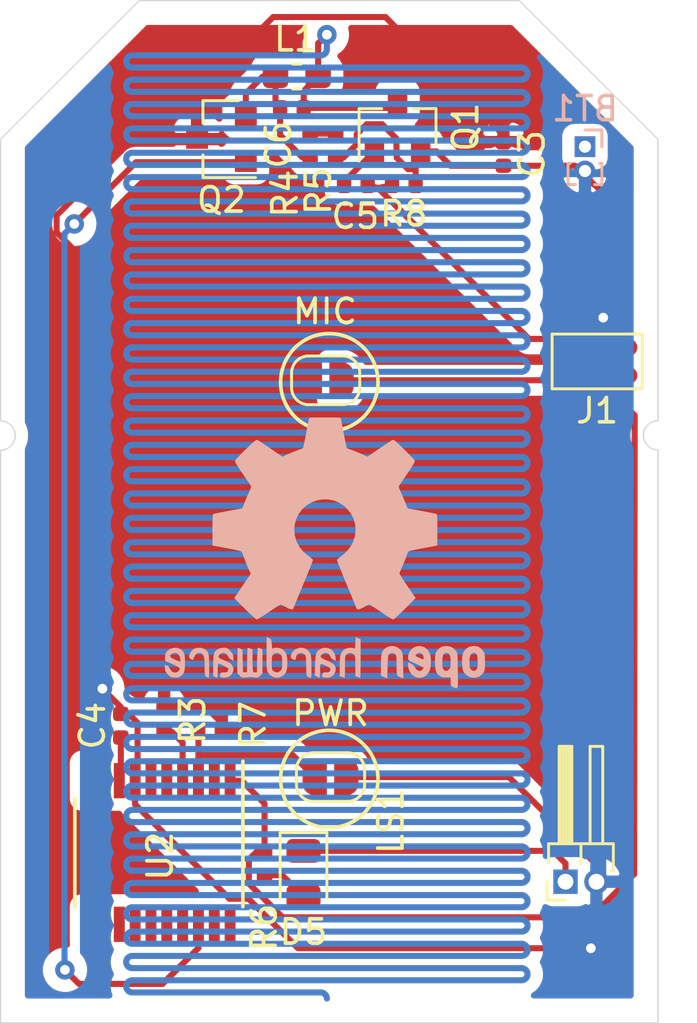
<source format=kicad_pcb>
(kicad_pcb (version 20171130) (host pcbnew 5.1.5+dfsg1-2build2)
  (title_block (title "Personal Beacon") (date 2021-12-16) (rev v1-no_charger) (company "Noah G. Wood") (comment 1 "(c) 2021") (comment 2 "December 10th, 2021") (comment 3 "Who Could Have Been Saved") (comment 4 "Dedicated To Those"))
  (layers (0 F.Cu signal) (31 B.Cu signal) (34 B.Paste user) (35 F.Paste user) (36 B.SilkS user) (37 F.SilkS user) (38 B.Mask user) (39 F.Mask user) (44 Edge.Cuts user))
  (net 0 "")
  (net 1 +3.3VP)
  (net 2 IP)
  (net 3 +3V3)
  (net 4 "Net-(C4-Pad1)")
  (net 5 "Net-(C5-Pad1)")
  (net 6 "Net-(AE1-Pad1)")
  (net 7 "Net-(C6-Pad2)")
  (net 8 "Net-(D5-Pad1)")
  (net 9 "Net-(D5-Pad2)")
  (net 10 "Net-(J1-Pad1)")
  (net 11 Radio_On)
  (net 12 "Net-(R3-Pad2)")
  (net 13 "Net-(R4-Pad2)")
  (net 14 "Net-(R7-Pad2)")
  (net 15 "Net-(U2-Pad2)")
  (net 16 "Net-(U2-Pad5)")
  (net 17 "Net-(U2-Pad6)")
  (net 18 "Net-(U2-Pad10)")
  (net 19 SDA)
  (net 20 SCL)
  (net 21 "Net-(U2-Pad13)")
  (net 22 "Net-(U2-Pad14)")
  (net 23 "Net-(U2-Pad15)")
  (net 24 "Net-(U2-Pad16)")
  (net 25 "Net-(U2-Pad17)")
  (net 26 "Net-(U2-Pad19)")
  (net 27 "Net-(U2-Pad20)")
  (net 28 GND)
  (module Symbol:OSHW-Logo2_14.6x12mm_SilkScreen (layer B.Cu) (at 147.32 90.678 180)
    (fp_text reference REF** hide)
    (fp_text value OSHW-Logo2_14.6x12mm_SilkScreen hide)
  )
  (module Connector_PinHeader_1.27mm:PinHeader_1x02_P1.27mm_Horizontal (layer F.Cu) (at 157.2 104.2 90)
    (fp_text reference LS1 (at 2.5 -7.17 90) (layer F.SilkS))
    (fp_text value Speaker)
    (pad 2 thru_hole oval (at 0 1.27 90) (size 1 1) (drill 0.65) (layers *.Cu *.Mask) (net 28 GND))
    (pad 1 thru_hole rect (at 0 0 90) (size 1 1) (drill 0.65) (layers *.Cu *.Mask) (net 8 "Net-(D5-Pad1)"))
  )
  (module Resistor_SMD:R_0402_1005Metric (layer F.Cu) (at 150.56 75.59 180)
    (fp_text reference R8 (at 0 -1.17) (layer F.SilkS))
    (fp_text value 1K)
    (pad 2 smd roundrect (at 0.485 0 180) (size 0.59 0.64) (layers F.Cu F.Paste F.Mask) (net 2 IP))
    (pad 1 smd roundrect (at -0.485 0 180) (size 0.59 0.64) (layers F.Cu F.Paste F.Mask) (net 28 GND))
  )
  (module Connector_PinHeader_1.00mm:PinHeader_1x02_P1.00mm_Vertical (layer B.Cu) (at 158 74 180)
    (fp_text reference BT1 (at 0 1.56) (layer B.SilkS) (effects (justify mirror)))
    (fp_text value Battery_Cell)
    (pad 1 thru_hole rect (at 0 0 180) (size 0.85 0.85) (drill 0.5) (layers *.Cu *.Mask) (net 1 +3.3VP))
    (pad 2 thru_hole oval (at 0 -1 180) (size 0.85 0.85) (drill 0.5) (layers *.Cu *.Mask) (net 28 GND))
  )
  (module Capacitor_SMD:C_0402_1005Metric (layer F.Cu) (at 154.65 74.3 270)
    (fp_text reference C3 (at 0 -1.17 90) (layer F.SilkS))
    (fp_text value 100nF)
    (pad 1 smd roundrect (at -0.485 0 270) (size 0.59 0.64) (layers F.Cu F.Paste F.Mask) (net 3 +3V3))
    (pad 2 smd roundrect (at 0.485 0 270) (size 0.59 0.64) (layers F.Cu F.Paste F.Mask) (net 28 GND))
  )
  (module Capacitor_SMD:C_0402_1005Metric (layer F.Cu) (at 138.938 97.79 90)
    (fp_text reference C4 (at 0 -1.17 90) (layer F.SilkS))
    (fp_text value 1uF)
    (pad 2 smd roundrect (at 0.485 0 90) (size 0.59 0.64) (layers F.Cu F.Paste F.Mask) (net 28 GND))
    (pad 1 smd roundrect (at -0.485 0 90) (size 0.59 0.64) (layers F.Cu F.Paste F.Mask) (net 4 "Net-(C4-Pad1)"))
  )
  (module Capacitor_SMD:C_0402_1005Metric (layer F.Cu) (at 148.59 75.59)
    (fp_text reference C5 (at -0.023 1.27) (layer F.SilkS))
    (fp_text value 330nF)
    (pad 2 smd roundrect (at 0.485 0) (size 0.59 0.64) (layers F.Cu F.Paste F.Mask) (net 2 IP))
    (pad 1 smd roundrect (at -0.485 0) (size 0.59 0.64) (layers F.Cu F.Paste F.Mask) (net 5 "Net-(C5-Pad1)"))
  )
  (module Capacitor_SMD:C_0402_1005Metric (layer F.Cu) (at 145.964 72.408 180)
    (fp_text reference C6 (at 0.554 -1.512 270) (layer F.SilkS))
    (fp_text value 281pF)
    (pad 1 smd roundrect (at -0.485 0 180) (size 0.59 0.64) (layers F.Cu F.Paste F.Mask) (net 6 "Net-(AE1-Pad1)"))
    (pad 2 smd roundrect (at 0.485 0 180) (size 0.59 0.64) (layers F.Cu F.Paste F.Mask) (net 7 "Net-(C6-Pad2)"))
  )
  (module LED_SMD:LED_0805_2012Metric (layer F.Cu) (at 146.44 103.87 270)
    (fp_text reference D5 (at 2.4 0 180) (layer F.SilkS))
    (fp_text value BeepLED)
    (pad 1 smd roundrect (at -0.9375 0 270) (size 0.975 1.4) (layers F.Cu F.Paste F.Mask) (net 8 "Net-(D5-Pad1)"))
    (pad 2 smd roundrect (at 0.9375 0 270) (size 0.975 1.4) (layers F.Cu F.Paste F.Mask) (net 9 "Net-(D5-Pad2)"))
  )
  (module custom:MEMS_MIC (layer F.Cu) (at 158.5 82.5 180)
    (fp_text reference J1 (at 0 -2.35) (layer F.SilkS))
    (fp_text value "MEMS Microphone")
    (pad 1 smd circle (at 1.3 -0.9 180) (size 0.7 0.7) (layers F.Cu F.Paste F.Mask) (net 10 "Net-(J1-Pad1)"))
    (pad 2 smd circle (at -1.3 -0.9 180) (size 0.7 0.7) (layers F.Cu F.Paste F.Mask) (net 28 GND))
    (pad 3 smd circle (at -1.3 0.25 180) (size 0.7 0.7) (layers F.Cu F.Paste F.Mask) (net 28 GND))
    (pad 4 smd circle (at 1.3 0.25 180) (size 0.7 0.7) (layers F.Cu F.Paste F.Mask) (net 2 IP))
  )
  (module Inductor_SMD:L_0603_1608Metric_Pad1.05x0.95mm_HandSolder (layer F.Cu) (at 146.165 71.12)
    (fp_text reference L1 (at -0.05 -1.55) (layer F.SilkS))
    (fp_text value 100nH)
    (pad 1 smd roundrect (at -0.875 0) (size 1.05 0.95) (layers F.Cu F.Paste F.Mask) (net 7 "Net-(C6-Pad2)"))
    (pad 2 smd roundrect (at 0.875 0) (size 1.05 0.95) (layers F.Cu F.Paste F.Mask) (net 6 "Net-(AE1-Pad1)"))
  )
  (module Package_TO_SOT_SMD:SOT-23 (layer F.Cu) (at 150.302 73.198 90)
    (fp_text reference Q1 (at 0 2.794 90) (layer F.SilkS))
    (fp_text value Q_NPN_BEC)
    (pad 1 smd rect (at -1 -0.95 90) (size 0.9 0.8) (layers F.Cu F.Paste F.Mask) (net 5 "Net-(C5-Pad1)"))
    (pad 2 smd rect (at -1 0.95 90) (size 0.9 0.8) (layers F.Cu F.Paste F.Mask) (net 28 GND))
    (pad 3 smd rect (at 1 0 90) (size 0.9 0.8) (layers F.Cu F.Paste F.Mask) (net 6 "Net-(AE1-Pad1)"))
  )
  (module Package_TO_SOT_SMD:SOT-23 (layer F.Cu) (at 143.07 73.69 180)
    (fp_text reference Q2 (at 0 -2.5) (layer F.SilkS))
    (fp_text value Q_NPN_BEC)
    (pad 3 smd rect (at 1 0 180) (size 0.9 0.8) (layers F.Cu F.Paste F.Mask) (net 3 +3V3))
    (pad 2 smd rect (at -1 0.95 180) (size 0.9 0.8) (layers F.Cu F.Paste F.Mask) (net 7 "Net-(C6-Pad2)"))
    (pad 1 smd rect (at -1 -0.95 180) (size 0.9 0.8) (layers F.Cu F.Paste F.Mask) (net 11 Radio_On))
  )
  (module Resistor_SMD:R_0402_1005Metric (layer F.Cu) (at 140.716 97.559 270)
    (fp_text reference R3 (at 0 -1.17 90) (layer F.SilkS))
    (fp_text value 10k)
    (pad 2 smd roundrect (at 0.485 0 270) (size 0.59 0.64) (layers F.Cu F.Paste F.Mask) (net 12 "Net-(R3-Pad2)"))
    (pad 1 smd roundrect (at -0.485 0 270) (size 0.59 0.64) (layers F.Cu F.Paste F.Mask) (net 3 +3V3))
  )
  (module Resistor_SMD:R_0402_1005Metric (layer F.Cu) (at 146.71 73.95 90)
    (fp_text reference R4 (at -1.98 -1.03 90) (layer F.SilkS))
    (fp_text value 10k)
    (pad 2 smd roundrect (at 0.485 0 90) (size 0.59 0.64) (layers F.Cu F.Paste F.Mask) (net 13 "Net-(R4-Pad2)"))
    (pad 1 smd roundrect (at -0.485 0 90) (size 0.59 0.64) (layers F.Cu F.Paste F.Mask) (net 7 "Net-(C6-Pad2)"))
  )
  (module Resistor_SMD:R_0402_1005Metric (layer F.Cu) (at 147.762 73.96 90)
    (fp_text reference R5 (at -1.86 -0.712 90) (layer F.SilkS))
    (fp_text value 10k)
    (pad 2 smd roundrect (at 0.485 0 90) (size 0.59 0.64) (layers F.Cu F.Paste F.Mask) (net 13 "Net-(R4-Pad2)"))
    (pad 1 smd roundrect (at -0.485 0 90) (size 0.59 0.64) (layers F.Cu F.Paste F.Mask) (net 28 GND))
  )
  (module Resistor_SMD:R_0402_1005Metric (layer F.Cu) (at 144.84 103.45 270)
    (fp_text reference R6 (at 2.63 0.02 90) (layer F.SilkS))
    (fp_text value 10k)
    (pad 2 smd roundrect (at 0.485 0 270) (size 0.59 0.64) (layers F.Cu F.Paste F.Mask) (net 9 "Net-(D5-Pad2)"))
    (pad 1 smd roundrect (at -0.485 0 270) (size 0.59 0.64) (layers F.Cu F.Paste F.Mask) (net 2 IP))
  )
  (module Resistor_SMD:R_0402_1005Metric (layer F.Cu) (at 142.6 98 180)
    (fp_text reference R7 (at -1.765 0.25 90) (layer F.SilkS))
    (fp_text value 10k)
    (pad 1 smd roundrect (at -0.485 0 180) (size 0.59 0.64) (layers F.Cu F.Paste F.Mask) (net 3 +3V3))
    (pad 2 smd roundrect (at 0.485 0 180) (size 0.59 0.64) (layers F.Cu F.Paste F.Mask) (net 14 "Net-(R7-Pad2)"))
  )
  (module Jumper:SolderJumper-2_P1.3mm_Open_RoundedPad1.0x1.5mm (layer F.Cu) (at 147.35 83.6)
    (fp_text reference MIC (at -0.03 -2.828) (layer F.SilkS))
    (fp_text value PTT)
    (pad 1 smd custom (at -0.65 0) (size 1 0.5) (layers F.Cu F.Mask) (net 3 +3V3) (options (clearance outline) (anchor rect)) (primitives (gr_circle (center 0 0.25) (end 0.5 0.25) (width 0)) (gr_circle (center 0 -0.25) (end 0.5 -0.25) (width 0)) (gr_poly (pts (xy 0 -0.75) (xy 0.5 -0.75) (xy 0.5 0.75) (xy 0 0.75)) (width 0))))
    (pad 2 smd custom (at 0.65 0) (size 1 0.5) (layers F.Cu F.Mask) (net 10 "Net-(J1-Pad1)") (options (clearance outline) (anchor rect)) (primitives (gr_circle (center 0 0.25) (end 0.5 0.25) (width 0)) (gr_circle (center 0 -0.25) (end 0.5 -0.25) (width 0)) (gr_poly (pts (xy 0 -0.75) (xy -0.5 -0.75) (xy -0.5 0.75) (xy 0 0.75)) (width 0))))
  )
  (module Jumper:SolderJumper-2_P1.3mm_Open_RoundedPad1.0x1.5mm (layer F.Cu) (at 147.55 99.9)
    (fp_text reference PWR (at 0 -2.618) (layer F.SilkS))
    (fp_text value PWR_ON)
    (pad 2 smd custom (at 0.65 0) (size 1 0.5) (layers F.Cu F.Mask) (net 28 GND) (options (clearance outline) (anchor rect)) (primitives (gr_circle (center 0 0.25) (end 0.5 0.25) (width 0)) (gr_circle (center 0 -0.25) (end 0.5 -0.25) (width 0)) (gr_poly (pts (xy 0 -0.75) (xy -0.5 -0.75) (xy -0.5 0.75) (xy 0 0.75)) (width 0))))
    (pad 1 smd custom (at -0.65 0) (size 1 0.5) (layers F.Cu F.Mask) (net 14 "Net-(R7-Pad2)") (options (clearance outline) (anchor rect)) (primitives (gr_circle (center 0 0.25) (end 0.5 0.25) (width 0)) (gr_circle (center 0 -0.25) (end 0.5 -0.25) (width 0)) (gr_poly (pts (xy 0 -0.75) (xy 0.5 -0.75) (xy 0.5 0.75) (xy 0 0.75)) (width 0))))
  )
  (module Package_SO:TSSOP-20_4.4x6.5mm_P0.65mm (layer F.Cu) (at 140.5 103 270)
    (fp_text reference U2 (at 0.15 -0.05 90) (layer F.SilkS))
    (fp_text value STM8S003F3P)
    (pad 1 smd rect (at -2.95 -2.925 270) (size 1.45 0.45) (layers F.Cu F.Paste F.Mask) (net 2 IP))
    (pad 2 smd rect (at -2.95 -2.275 270) (size 1.45 0.45) (layers F.Cu F.Paste F.Mask) (net 15 "Net-(U2-Pad2)"))
    (pad 3 smd rect (at -2.95 -1.625 270) (size 1.45 0.45) (layers F.Cu F.Paste F.Mask) (net 14 "Net-(R7-Pad2)"))
    (pad 4 smd rect (at -2.95 -0.975 270) (size 1.45 0.45) (layers F.Cu F.Paste F.Mask) (net 12 "Net-(R3-Pad2)"))
    (pad 5 smd rect (at -2.95 -0.325 270) (size 1.45 0.45) (layers F.Cu F.Paste F.Mask) (net 16 "Net-(U2-Pad5)"))
    (pad 6 smd rect (at -2.95 0.325 270) (size 1.45 0.45) (layers F.Cu F.Paste F.Mask) (net 17 "Net-(U2-Pad6)"))
    (pad 7 smd rect (at -2.95 0.975 270) (size 1.45 0.45) (layers F.Cu F.Paste F.Mask) (net 28 GND))
    (pad 8 smd rect (at -2.95 1.625 270) (size 1.45 0.45) (layers F.Cu F.Paste F.Mask) (net 4 "Net-(C4-Pad1)"))
    (pad 9 smd rect (at -2.95 2.275 270) (size 1.45 0.45) (layers F.Cu F.Paste F.Mask) (net 3 +3V3))
    (pad 10 smd rect (at -2.95 2.925 270) (size 1.45 0.45) (layers F.Cu F.Paste F.Mask) (net 18 "Net-(U2-Pad10)"))
    (pad 11 smd rect (at 2.95 2.925 270) (size 1.45 0.45) (layers F.Cu F.Paste F.Mask) (net 19 SDA))
    (pad 12 smd rect (at 2.95 2.275 270) (size 1.45 0.45) (layers F.Cu F.Paste F.Mask) (net 20 SCL))
    (pad 13 smd rect (at 2.95 1.625 270) (size 1.45 0.45) (layers F.Cu F.Paste F.Mask) (net 21 "Net-(U2-Pad13)"))
    (pad 14 smd rect (at 2.95 0.975 270) (size 1.45 0.45) (layers F.Cu F.Paste F.Mask) (net 22 "Net-(U2-Pad14)"))
    (pad 15 smd rect (at 2.95 0.325 270) (size 1.45 0.45) (layers F.Cu F.Paste F.Mask) (net 23 "Net-(U2-Pad15)"))
    (pad 16 smd rect (at 2.95 -0.325 270) (size 1.45 0.45) (layers F.Cu F.Paste F.Mask) (net 24 "Net-(U2-Pad16)"))
    (pad 17 smd rect (at 2.95 -0.975 270) (size 1.45 0.45) (layers F.Cu F.Paste F.Mask) (net 25 "Net-(U2-Pad17)"))
    (pad 18 smd rect (at 2.95 -1.625 270) (size 1.45 0.45) (layers F.Cu F.Paste F.Mask) (net 11 Radio_On))
    (pad 19 smd rect (at 2.95 -2.275 270) (size 1.45 0.45) (layers F.Cu F.Paste F.Mask) (net 26 "Net-(U2-Pad19)"))
    (pad 20 smd rect (at 2.95 -2.925 270) (size 1.45 0.45) (layers F.Cu F.Paste F.Mask) (net 27 "Net-(U2-Pad20)"))
  )
  (gr_line (start 134 86.47) (end 134 110) (layer Edge.Cuts) (width 0.05))
  (gr_line (start 134 85.27) (end 134 73.69) (layer Edge.Cuts) (width 0.05))
  (gr_line (start 161 73.7) (end 161 85.26) (layer Edge.Cuts) (width 0.05))
  (gr_line (start 161 86.46) (end 161 110) (layer Edge.Cuts) (width 0.05))
  (gr_arc (start 134 85.87) (end 134 86.47) (angle -180) (layer Edge.Cuts) (width 0.05))
  (gr_arc (start 161 85.86) (end 161 85.26) (angle -180) (layer Edge.Cuts) (width 0.05))
  (gr_circle (center 147.5 99.98) (end 149.500225 99.98) (layer F.SilkS) (width 0.15))
  (gr_circle (center 147.5 83.68) (end 149.500225 83.68) (layer F.SilkS) (width 0.15))
  (gr_line (start 139.69 68) (end 155.3 68) (layer Edge.Cuts) (width 0.05))
  (gr_line (start 134 73.69) (end 139.69 68) (layer Edge.Cuts) (width 0.05))
  (gr_line (start 161 73.7) (end 155.3 68) (layer Edge.Cuts) (width 0.05))
  (gr_line (start 134 110) (end 161 110) (layer Edge.Cuts) (width 0.05))
  (segment (start 150.075 75.59) (end 150.075 75.59) (width 0.25) (layer F.Cu) (net 2))
  (segment (start 155.700001 81.900001) (end 149.5 75.7) (width 0.25) (layer F.Cu) (net 2))
  (segment (start 156.850001 81.900001) (end 155.700001 81.900001) (width 0.25) (layer F.Cu) (net 2))
  (segment (start 157.2 82.25) (end 156.850001 81.900001) (width 0.25) (layer F.Cu) (net 2))
  (segment (start 149.5 75.7) (end 150.075 75.59) (width 0.25) (layer F.Cu) (net 2))
  (segment (start 149.075 75.59) (end 149.5 75.7) (width 0.25) (layer F.Cu) (net 2))
  (segment (start 155.700001 81.900001) (end 156.699003 81.900001) (width 0.25) (layer F.Cu) (net 2))
  (segment (start 144.84 102.67) (end 144.84 102.965) (width 0.25) (layer F.Cu) (net 2))
  (segment (start 144.84 100.99) (end 144.84 102.67) (width 0.25) (layer F.Cu) (net 2))
  (segment (start 143.9 100.05) (end 144.84 100.99) (width 0.25) (layer F.Cu) (net 2))
  (segment (start 143.425 100.05) (end 143.9 100.05) (width 0.25) (layer F.Cu) (net 2))
  (segment (start 144.84 102.965) (end 144.84 102.965) (width 0.25) (layer F.Cu) (net 2))
  (segment (start 157.599999 82.599999) (end 157.2 82.2) (width 0.25) (layer F.Cu) (net 2))
  (segment (start 160.040433 85.040433) (end 157.599999 82.599999) (width 0.25) (layer F.Cu) (net 2))
  (segment (start 158.242 105.664) (end 160.02 103.886) (width 0.25) (layer F.Cu) (net 2))
  (segment (start 145.580768 105.664) (end 158.242 105.664) (width 0.25) (layer F.Cu) (net 2))
  (segment (start 144.19499 104.278222) (end 145.580768 105.664) (width 0.25) (layer F.Cu) (net 2))
  (segment (start 144.19499 103.29001) (end 144.19499 104.278222) (width 0.25) (layer F.Cu) (net 2))
  (segment (start 144.84 102.965) (end 144.52 102.965) (width 0.25) (layer F.Cu) (net 2))
  (segment (start 160.02 103.886) (end 160.040433 85.040433) (width 0.25) (layer F.Cu) (net 2))
  (segment (start 144.52 102.965) (end 144.19499 103.29001) (width 0.25) (layer F.Cu) (net 2))
  (segment (start 138.225 99.075) (end 137.194 98.044) (width 0.25) (layer F.Cu) (net 3))
  (segment (start 138.225 100.05) (end 138.225 99.075) (width 0.25) (layer F.Cu) (net 3))
  (segment (start 142.07 73.04) (end 142.24 72.87) (width 0.25) (layer F.Cu) (net 3))
  (segment (start 142.07 73.69) (end 142.07 73.04) (width 0.25) (layer F.Cu) (net 3))
  (segment (start 154.65 73.52) (end 154.65 73.815) (width 0.25) (layer F.Cu) (net 3))
  (segment (start 149.804999 68.674999) (end 154.65 73.52) (width 0.25) (layer F.Cu) (net 3))
  (segment (start 145.193001 68.674999) (end 149.804999 68.674999) (width 0.25) (layer F.Cu) (net 3))
  (segment (start 142.24 71.628) (end 145.193001 68.674999) (width 0.25) (layer F.Cu) (net 3))
  (segment (start 142.24 72.87) (end 142.24 71.628) (width 0.25) (layer F.Cu) (net 3))
  (segment (start 141.37 73.69) (end 142.07 73.69) (width 0.25) (layer F.Cu) (net 3))
  (segment (start 139.436998 73.69) (end 141.37 73.69) (width 0.25) (layer F.Cu) (net 3))
  (segment (start 136.299998 76.827) (end 139.436998 73.69) (width 0.25) (layer F.Cu) (net 3))
  (segment (start 136.299998 77.523002) (end 136.299998 76.827) (width 0.25) (layer F.Cu) (net 3))
  (segment (start 142.376996 83.6) (end 136.299998 77.523002) (width 0.25) (layer F.Cu) (net 3))
  (segment (start 146.7 83.6) (end 142.376996 83.6) (width 0.25) (layer F.Cu) (net 3))
  (segment (start 143.085 97.68) (end 143.085 98) (width 0.25) (layer F.Cu) (net 3))
  (segment (start 142.479 97.074) (end 143.085 97.68) (width 0.25) (layer F.Cu) (net 3))
  (segment (start 140.716 97.074) (end 142.479 97.074) (width 0.25) (layer F.Cu) (net 3))
  (segment (start 140.716 85.260996) (end 142.376996 83.6) (width 0.25) (layer F.Cu) (net 3))
  (segment (start 140.716 97.074) (end 140.716 85.260996) (width 0.25) (layer F.Cu) (net 3))
  (segment (start 137.194 88.782996) (end 142.376996 83.6) (width 0.25) (layer F.Cu) (net 3))
  (segment (start 137.194 98.044) (end 137.194 88.782996) (width 0.25) (layer F.Cu) (net 3))
  (segment (start 138.938 99.987) (end 138.875 100.05) (width 0.25) (layer F.Cu) (net 4))
  (segment (start 138.938 98.275) (end 138.938 99.987) (width 0.25) (layer F.Cu) (net 4))
  (segment (start 149.352 74.248) (end 149.352 74.198) (width 0.25) (layer F.Cu) (net 5))
  (segment (start 148.105 75.445) (end 149.352 74.198) (width 0.25) (layer F.Cu) (net 5))
  (segment (start 148.105 75.59) (end 148.105 75.445) (width 0.25) (layer F.Cu) (net 5))
  (segment (start 147.4 70) (end 147.4 69.4) (width 0.25) (layer B.Cu) (net 6))
  (segment (start 147.393731 70.055631) (end 147.4 70) (width 0.25) (layer B.Cu) (net 6))
  (segment (start 147.375242 70.108471) (end 147.393731 70.055631) (width 0.25) (layer B.Cu) (net 6))
  (segment (start 147.305872 70.195458) (end 147.345457 70.155873) (width 0.25) (layer B.Cu) (net 6))
  (segment (start 147.25847 70.225243) (end 147.305872 70.195458) (width 0.25) (layer B.Cu) (net 6))
  (segment (start 147.20563 70.243732) (end 147.25847 70.225243) (width 0.25) (layer B.Cu) (net 6))
  (segment (start 147.15 70.25) (end 147.20563 70.243732) (width 0.25) (layer B.Cu) (net 6))
  (segment (start 139.407999 70.25) (end 147.15 70.25) (width 0.25) (layer B.Cu) (net 6))
  (segment (start 139.352368 70.256269) (end 139.407999 70.25) (width 0.25) (layer B.Cu) (net 6))
  (segment (start 139.299528 70.274758) (end 139.352368 70.256269) (width 0.25) (layer B.Cu) (net 6))
  (segment (start 139.252126 70.304543) (end 139.299528 70.274758) (width 0.25) (layer B.Cu) (net 6))
  (segment (start 139.212541 70.344128) (end 139.252126 70.304543) (width 0.25) (layer B.Cu) (net 6))
  (segment (start 139.182756 70.39153) (end 139.212541 70.344128) (width 0.25) (layer B.Cu) (net 6))
  (segment (start 139.164267 70.44437) (end 139.182756 70.39153) (width 0.25) (layer B.Cu) (net 6))
  (segment (start 139.164267 70.555631) (end 139.157999 70.5) (width 0.25) (layer B.Cu) (net 6))
  (segment (start 139.182756 70.608471) (end 139.164267 70.555631) (width 0.25) (layer B.Cu) (net 6))
  (segment (start 139.212541 70.655873) (end 139.182756 70.608471) (width 0.25) (layer B.Cu) (net 6))
  (segment (start 139.252126 70.695458) (end 139.212541 70.655873) (width 0.25) (layer B.Cu) (net 6))
  (segment (start 155.547874 70.804543) (end 155.500472 70.774758) (width 0.25) (layer B.Cu) (net 6))
  (segment (start 155.642001 71) (end 155.635733 70.94437) (width 0.25) (layer B.Cu) (net 6))
  (segment (start 155.635733 71.055631) (end 155.642001 71) (width 0.25) (layer B.Cu) (net 6))
  (segment (start 155.617244 71.108471) (end 155.635733 71.055631) (width 0.25) (layer B.Cu) (net 6))
  (segment (start 155.587459 71.155873) (end 155.617244 71.108471) (width 0.25) (layer B.Cu) (net 6))
  (segment (start 155.547874 71.195458) (end 155.587459 71.155873) (width 0.25) (layer B.Cu) (net 6))
  (segment (start 155.500472 71.225243) (end 155.547874 71.195458) (width 0.25) (layer B.Cu) (net 6))
  (segment (start 155.447632 71.243732) (end 155.500472 71.225243) (width 0.25) (layer B.Cu) (net 6))
  (segment (start 155.392001 71.25) (end 155.447632 71.243732) (width 0.25) (layer B.Cu) (net 6))
  (segment (start 139.407999 71.25) (end 155.392001 71.25) (width 0.25) (layer B.Cu) (net 6))
  (segment (start 139.352368 71.256269) (end 139.407999 71.25) (width 0.25) (layer B.Cu) (net 6))
  (segment (start 139.299528 71.274758) (end 139.352368 71.256269) (width 0.25) (layer B.Cu) (net 6))
  (segment (start 139.252126 71.304543) (end 139.299528 71.274758) (width 0.25) (layer B.Cu) (net 6))
  (segment (start 139.212541 71.344128) (end 139.252126 71.304543) (width 0.25) (layer B.Cu) (net 6))
  (segment (start 139.182756 71.39153) (end 139.212541 71.344128) (width 0.25) (layer B.Cu) (net 6))
  (segment (start 139.164267 71.44437) (end 139.182756 71.39153) (width 0.25) (layer B.Cu) (net 6))
  (segment (start 139.157999 71.5) (end 139.164267 71.44437) (width 0.25) (layer B.Cu) (net 6))
  (segment (start 139.164267 71.555631) (end 139.157999 71.5) (width 0.25) (layer B.Cu) (net 6))
  (segment (start 139.252126 71.695458) (end 139.212541 71.655873) (width 0.25) (layer B.Cu) (net 6))
  (segment (start 139.299528 71.725243) (end 139.252126 71.695458) (width 0.25) (layer B.Cu) (net 6))
  (segment (start 155.547874 71.804543) (end 155.500472 71.774758) (width 0.25) (layer B.Cu) (net 6))
  (segment (start 155.642001 72) (end 155.635733 71.94437) (width 0.25) (layer B.Cu) (net 6))
  (segment (start 155.635733 72.055631) (end 155.642001 72) (width 0.25) (layer B.Cu) (net 6))
  (segment (start 155.392001 91.25) (end 155.447632 91.243732) (width 0.25) (layer B.Cu) (net 6))
  (segment (start 139.182756 108.39153) (end 139.212541 108.344128) (width 0.25) (layer B.Cu) (net 6))
  (segment (start 155.635733 91.94437) (end 155.617244 91.89153) (width 0.25) (layer B.Cu) (net 6))
  (segment (start 155.392001 94.75) (end 139.407999 94.75) (width 0.25) (layer B.Cu) (net 6))
  (segment (start 155.447632 94.756269) (end 155.392001 94.75) (width 0.25) (layer B.Cu) (net 6))
  (segment (start 155.617244 92.108471) (end 155.635733 92.055631) (width 0.25) (layer B.Cu) (net 6))
  (segment (start 155.587459 92.155873) (end 155.617244 92.108471) (width 0.25) (layer B.Cu) (net 6))
  (segment (start 155.547874 96.804543) (end 155.500472 96.774758) (width 0.25) (layer B.Cu) (net 6))
  (segment (start 155.587459 94.844128) (end 155.547874 94.804543) (width 0.25) (layer B.Cu) (net 6))
  (segment (start 155.547874 92.195458) (end 155.587459 92.155873) (width 0.25) (layer B.Cu) (net 6))
  (segment (start 155.617244 94.89153) (end 155.587459 94.844128) (width 0.25) (layer B.Cu) (net 6))
  (segment (start 155.500472 92.225243) (end 155.547874 92.195458) (width 0.25) (layer B.Cu) (net 6))
  (segment (start 155.447632 92.243732) (end 155.500472 92.225243) (width 0.25) (layer B.Cu) (net 6))
  (segment (start 139.164267 100.44437) (end 139.182756 100.39153) (width 0.25) (layer B.Cu) (net 6))
  (segment (start 155.392001 102.75) (end 139.407999 102.75) (width 0.25) (layer B.Cu) (net 6))
  (segment (start 155.642001 95) (end 155.635733 94.94437) (width 0.25) (layer B.Cu) (net 6))
  (segment (start 139.407999 92.25) (end 155.392001 92.25) (width 0.25) (layer B.Cu) (net 6))
  (segment (start 155.617244 95.108471) (end 155.635733 95.055631) (width 0.25) (layer B.Cu) (net 6))
  (segment (start 139.352368 92.256269) (end 139.407999 92.25) (width 0.25) (layer B.Cu) (net 6))
  (segment (start 139.299528 92.274758) (end 139.352368 92.256269) (width 0.25) (layer B.Cu) (net 6))
  (segment (start 155.547874 95.195458) (end 155.587459 95.155873) (width 0.25) (layer B.Cu) (net 6))
  (segment (start 139.252126 92.304543) (end 139.299528 92.274758) (width 0.25) (layer B.Cu) (net 6))
  (segment (start 139.252126 91.695458) (end 139.212541 91.655873) (width 0.25) (layer B.Cu) (net 6))
  (segment (start 155.500472 95.225243) (end 155.547874 95.195458) (width 0.25) (layer B.Cu) (net 6))
  (segment (start 139.212541 92.344128) (end 139.252126 92.304543) (width 0.25) (layer B.Cu) (net 6))
  (segment (start 139.299528 91.725243) (end 139.252126 91.695458) (width 0.25) (layer B.Cu) (net 6))
  (segment (start 155.447632 95.243732) (end 155.500472 95.225243) (width 0.25) (layer B.Cu) (net 6))
  (segment (start 139.157999 92.5) (end 139.164267 92.44437) (width 0.25) (layer B.Cu) (net 6))
  (segment (start 155.635733 105.94437) (end 155.617244 105.89153) (width 0.25) (layer B.Cu) (net 6))
  (segment (start 139.164267 92.555631) (end 139.157999 92.5) (width 0.25) (layer B.Cu) (net 6))
  (segment (start 139.182756 92.608471) (end 139.164267 92.555631) (width 0.25) (layer B.Cu) (net 6))
  (segment (start 139.157999 95.5) (end 139.164267 95.44437) (width 0.25) (layer B.Cu) (net 6))
  (segment (start 155.392001 74.25) (end 155.447632 74.243732) (width 0.25) (layer B.Cu) (net 6))
  (segment (start 139.164267 95.555631) (end 139.157999 95.5) (width 0.25) (layer B.Cu) (net 6))
  (segment (start 139.157999 102.5) (end 139.164267 102.44437) (width 0.25) (layer B.Cu) (net 6))
  (segment (start 139.407999 74.25) (end 155.392001 74.25) (width 0.25) (layer B.Cu) (net 6))
  (segment (start 155.392001 92.75) (end 139.407999 92.75) (width 0.25) (layer B.Cu) (net 6))
  (segment (start 139.352368 74.256269) (end 139.407999 74.25) (width 0.25) (layer B.Cu) (net 6))
  (segment (start 155.447632 92.756269) (end 155.392001 92.75) (width 0.25) (layer B.Cu) (net 6))
  (segment (start 139.212541 95.655873) (end 139.182756 95.608471) (width 0.25) (layer B.Cu) (net 6))
  (segment (start 155.587459 92.844128) (end 155.547874 92.804543) (width 0.25) (layer B.Cu) (net 6))
  (segment (start 139.352368 95.743732) (end 139.299528 95.725243) (width 0.25) (layer B.Cu) (net 6))
  (segment (start 139.407999 95.75) (end 139.352368 95.743732) (width 0.25) (layer B.Cu) (net 6))
  (segment (start 155.635733 92.94437) (end 155.617244 92.89153) (width 0.25) (layer B.Cu) (net 6))
  (segment (start 155.500472 107.774758) (end 155.447632 107.756269) (width 0.25) (layer B.Cu) (net 6))
  (segment (start 155.447632 93.243732) (end 155.500472 93.225243) (width 0.25) (layer B.Cu) (net 6))
  (segment (start 139.299528 96.725243) (end 139.252126 96.695458) (width 0.25) (layer B.Cu) (net 6))
  (segment (start 155.392001 93.25) (end 155.447632 93.243732) (width 0.25) (layer B.Cu) (net 6))
  (segment (start 139.157999 105.5) (end 139.164267 105.44437) (width 0.25) (layer B.Cu) (net 6))
  (segment (start 139.299528 93.274758) (end 139.352368 93.256269) (width 0.25) (layer B.Cu) (net 6))
  (segment (start 139.164267 93.44437) (end 139.182756 93.39153) (width 0.25) (layer B.Cu) (net 6))
  (segment (start 139.212541 93.655873) (end 139.182756 93.608471) (width 0.25) (layer B.Cu) (net 6))
  (segment (start 155.392001 93.75) (end 139.407999 93.75) (width 0.25) (layer B.Cu) (net 6))
  (segment (start 155.587459 93.844128) (end 155.547874 93.804543) (width 0.25) (layer B.Cu) (net 6))
  (segment (start 139.212541 92.655873) (end 139.182756 92.608471) (width 0.25) (layer B.Cu) (net 6))
  (segment (start 139.252126 91.304543) (end 139.299528 91.274758) (width 0.25) (layer B.Cu) (net 6))
  (segment (start 155.635733 94.055631) (end 155.642001 94) (width 0.25) (layer B.Cu) (net 6))
  (segment (start 139.407999 93.75) (end 139.352368 93.743732) (width 0.25) (layer B.Cu) (net 6))
  (segment (start 139.252126 94.304543) (end 139.299528 94.274758) (width 0.25) (layer B.Cu) (net 6))
  (segment (start 139.157999 74.5) (end 139.164267 74.44437) (width 0.25) (layer B.Cu) (net 6))
  (segment (start 155.447632 93.756269) (end 155.392001 93.75) (width 0.25) (layer B.Cu) (net 6))
  (segment (start 139.182756 94.39153) (end 139.212541 94.344128) (width 0.25) (layer B.Cu) (net 6))
  (segment (start 139.164267 94.44437) (end 139.182756 94.39153) (width 0.25) (layer B.Cu) (net 6))
  (segment (start 139.352368 74.743732) (end 139.299528 74.725243) (width 0.25) (layer B.Cu) (net 6))
  (segment (start 139.299528 94.725243) (end 139.252126 94.695458) (width 0.25) (layer B.Cu) (net 6))
  (segment (start 155.617244 99.108471) (end 155.635733 99.055631) (width 0.25) (layer B.Cu) (net 6))
  (segment (start 155.447632 74.756269) (end 155.392001 74.75) (width 0.25) (layer B.Cu) (net 6))
  (segment (start 155.500472 94.774758) (end 155.447632 94.756269) (width 0.25) (layer B.Cu) (net 6))
  (segment (start 139.182756 93.39153) (end 139.212541 93.344128) (width 0.25) (layer B.Cu) (net 6))
  (segment (start 155.587459 95.155873) (end 155.617244 95.108471) (width 0.25) (layer B.Cu) (net 6))
  (segment (start 139.182756 92.39153) (end 139.212541 92.344128) (width 0.25) (layer B.Cu) (net 6))
  (segment (start 139.299528 95.274758) (end 139.352368 95.256269) (width 0.25) (layer B.Cu) (net 6))
  (segment (start 139.352368 100.743732) (end 139.299528 100.725243) (width 0.25) (layer B.Cu) (net 6))
  (segment (start 139.252126 95.304543) (end 139.299528 95.274758) (width 0.25) (layer B.Cu) (net 6))
  (segment (start 139.252126 95.695458) (end 139.212541 95.655873) (width 0.25) (layer B.Cu) (net 6))
  (segment (start 139.252126 74.304543) (end 139.299528 74.274758) (width 0.25) (layer B.Cu) (net 6))
  (segment (start 139.299528 95.725243) (end 139.252126 95.695458) (width 0.25) (layer B.Cu) (net 6))
  (segment (start 155.392001 95.75) (end 139.407999 95.75) (width 0.25) (layer B.Cu) (net 6))
  (segment (start 155.642001 102) (end 155.635733 101.94437) (width 0.25) (layer B.Cu) (net 6))
  (segment (start 155.500472 95.774758) (end 155.447632 95.756269) (width 0.25) (layer B.Cu) (net 6))
  (segment (start 139.182756 74.608471) (end 139.164267 74.555631) (width 0.25) (layer B.Cu) (net 6))
  (segment (start 155.392001 95.25) (end 155.447632 95.243732) (width 0.25) (layer B.Cu) (net 6))
  (segment (start 139.352368 91.743732) (end 139.299528 91.725243) (width 0.25) (layer B.Cu) (net 6))
  (segment (start 155.547874 96.195458) (end 155.587459 96.155873) (width 0.25) (layer B.Cu) (net 6))
  (segment (start 155.447632 96.243732) (end 155.500472 96.225243) (width 0.25) (layer B.Cu) (net 6))
  (segment (start 155.617244 96.108471) (end 155.635733 96.055631) (width 0.25) (layer B.Cu) (net 6))
  (segment (start 139.407999 96.25) (end 155.392001 96.25) (width 0.25) (layer B.Cu) (net 6))
  (segment (start 139.407999 93.25) (end 155.392001 93.25) (width 0.25) (layer B.Cu) (net 6))
  (segment (start 155.587459 97.844128) (end 155.547874 97.804543) (width 0.25) (layer B.Cu) (net 6))
  (segment (start 139.252126 96.304543) (end 139.299528 96.274758) (width 0.25) (layer B.Cu) (net 6))
  (segment (start 139.212541 96.344128) (end 139.252126 96.304543) (width 0.25) (layer B.Cu) (net 6))
  (segment (start 139.299528 84.725243) (end 139.252126 84.695458) (width 0.25) (layer B.Cu) (net 6))
  (segment (start 155.617244 79.108471) (end 155.635733 79.055631) (width 0.25) (layer B.Cu) (net 6))
  (segment (start 139.299528 77.725243) (end 139.252126 77.695458) (width 0.25) (layer B.Cu) (net 6))
  (segment (start 139.407999 72.75) (end 139.352368 72.743732) (width 0.25) (layer B.Cu) (net 6))
  (segment (start 139.182756 96.39153) (end 139.212541 96.344128) (width 0.25) (layer B.Cu) (net 6))
  (segment (start 155.547874 98.804543) (end 155.500472 98.774758) (width 0.25) (layer B.Cu) (net 6))
  (segment (start 139.182756 99.608471) (end 139.164267 99.555631) (width 0.25) (layer B.Cu) (net 6))
  (segment (start 139.212541 96.655873) (end 139.182756 96.608471) (width 0.25) (layer B.Cu) (net 6))
  (segment (start 139.164267 93.555631) (end 139.157999 93.5) (width 0.25) (layer B.Cu) (net 6))
  (segment (start 155.587459 100.155873) (end 155.617244 100.108471) (width 0.25) (layer B.Cu) (net 6))
  (segment (start 155.447632 96.756269) (end 155.392001 96.75) (width 0.25) (layer B.Cu) (net 6))
  (segment (start 155.617244 88.108471) (end 155.635733 88.055631) (width 0.25) (layer B.Cu) (net 6))
  (segment (start 139.299528 86.725243) (end 139.252126 86.695458) (width 0.25) (layer B.Cu) (net 6))
  (segment (start 139.407999 85.25) (end 155.392001 85.25) (width 0.25) (layer B.Cu) (net 6))
  (segment (start 139.164267 75.44437) (end 139.182756 75.39153) (width 0.25) (layer B.Cu) (net 6))
  (segment (start 139.212541 93.344128) (end 139.252126 93.304543) (width 0.25) (layer B.Cu) (net 6))
  (segment (start 155.587459 96.844128) (end 155.547874 96.804543) (width 0.25) (layer B.Cu) (net 6))
  (segment (start 139.182756 102.608471) (end 139.164267 102.555631) (width 0.25) (layer B.Cu) (net 6))
  (segment (start 155.617244 96.89153) (end 155.587459 96.844128) (width 0.25) (layer B.Cu) (net 6))
  (segment (start 155.635733 96.94437) (end 155.617244 96.89153) (width 0.25) (layer B.Cu) (net 6))
  (segment (start 155.642001 97) (end 155.635733 96.94437) (width 0.25) (layer B.Cu) (net 6))
  (segment (start 155.635733 94.94437) (end 155.617244 94.89153) (width 0.25) (layer B.Cu) (net 6))
  (segment (start 155.617244 97.108471) (end 155.635733 97.055631) (width 0.25) (layer B.Cu) (net 6))
  (segment (start 155.547874 97.195458) (end 155.587459 97.155873) (width 0.25) (layer B.Cu) (net 6))
  (segment (start 139.164267 104.555631) (end 139.157999 104.5) (width 0.25) (layer B.Cu) (net 6))
  (segment (start 155.500472 97.225243) (end 155.547874 97.195458) (width 0.25) (layer B.Cu) (net 6))
  (segment (start 139.352368 97.256269) (end 139.407999 97.25) (width 0.25) (layer B.Cu) (net 6))
  (segment (start 139.299528 97.274758) (end 139.352368 97.256269) (width 0.25) (layer B.Cu) (net 6))
  (segment (start 147.15 108.75) (end 139.407999 108.75) (width 0.25) (layer B.Cu) (net 6))
  (segment (start 155.392001 92.25) (end 155.447632 92.243732) (width 0.25) (layer B.Cu) (net 6))
  (segment (start 155.635733 95.055631) (end 155.642001 95) (width 0.25) (layer B.Cu) (net 6))
  (segment (start 155.642001 105) (end 155.635733 104.94437) (width 0.25) (layer B.Cu) (net 6))
  (segment (start 139.182756 97.39153) (end 139.212541 97.344128) (width 0.25) (layer B.Cu) (net 6))
  (segment (start 139.157999 97.5) (end 139.164267 97.44437) (width 0.25) (layer B.Cu) (net 6))
  (segment (start 139.352368 94.743732) (end 139.299528 94.725243) (width 0.25) (layer B.Cu) (net 6))
  (segment (start 155.500472 74.774758) (end 155.447632 74.756269) (width 0.25) (layer B.Cu) (net 6))
  (segment (start 139.164267 97.555631) (end 139.157999 97.5) (width 0.25) (layer B.Cu) (net 6))
  (segment (start 139.182756 97.608471) (end 139.164267 97.555631) (width 0.25) (layer B.Cu) (net 6))
  (segment (start 139.352368 90.256269) (end 139.407999 90.25) (width 0.25) (layer B.Cu) (net 6))
  (segment (start 139.157999 87.5) (end 139.164267 87.44437) (width 0.25) (layer B.Cu) (net 6))
  (segment (start 139.352368 83.256269) (end 139.407999 83.25) (width 0.25) (layer B.Cu) (net 6))
  (segment (start 155.587459 79.155873) (end 155.617244 79.108471) (width 0.25) (layer B.Cu) (net 6))
  (segment (start 155.392001 72.75) (end 139.407999 72.75) (width 0.25) (layer B.Cu) (net 6))
  (segment (start 155.587459 99.844128) (end 155.547874 99.804543) (width 0.25) (layer B.Cu) (net 6))
  (segment (start 139.182756 107.39153) (end 139.212541 107.344128) (width 0.25) (layer B.Cu) (net 6))
  (segment (start 139.352368 97.743732) (end 139.299528 97.725243) (width 0.25) (layer B.Cu) (net 6))
  (segment (start 155.617244 94.108471) (end 155.635733 94.055631) (width 0.25) (layer B.Cu) (net 6))
  (segment (start 139.212541 91.344128) (end 139.252126 91.304543) (width 0.25) (layer B.Cu) (net 6))
  (segment (start 155.392001 97.75) (end 139.407999 97.75) (width 0.25) (layer B.Cu) (net 6))
  (segment (start 139.352368 98.743732) (end 139.299528 98.725243) (width 0.25) (layer B.Cu) (net 6))
  (segment (start 155.617244 97.89153) (end 155.587459 97.844128) (width 0.25) (layer B.Cu) (net 6))
  (segment (start 139.164267 103.555631) (end 139.157999 103.5) (width 0.25) (layer B.Cu) (net 6))
  (segment (start 139.299528 105.274758) (end 139.352368 105.256269) (width 0.25) (layer B.Cu) (net 6))
  (segment (start 139.182756 86.39153) (end 139.212541 86.344128) (width 0.25) (layer B.Cu) (net 6))
  (segment (start 139.164267 102.555631) (end 139.157999 102.5) (width 0.25) (layer B.Cu) (net 6))
  (segment (start 139.352368 75.256269) (end 139.407999 75.25) (width 0.25) (layer B.Cu) (net 6))
  (segment (start 155.642001 93) (end 155.635733 92.94437) (width 0.25) (layer B.Cu) (net 6))
  (segment (start 139.252126 97.695458) (end 139.212541 97.655873) (width 0.25) (layer B.Cu) (net 6))
  (segment (start 139.252126 98.695458) (end 139.212541 98.655873) (width 0.25) (layer B.Cu) (net 6))
  (segment (start 155.447632 98.243732) (end 155.500472 98.225243) (width 0.25) (layer B.Cu) (net 6))
  (segment (start 139.212541 98.344128) (end 139.252126 98.304543) (width 0.25) (layer B.Cu) (net 6))
  (segment (start 139.352368 84.743732) (end 139.299528 84.725243) (width 0.25) (layer B.Cu) (net 6))
  (segment (start 139.352368 76.256269) (end 139.407999 76.25) (width 0.25) (layer B.Cu) (net 6))
  (segment (start 139.182756 98.39153) (end 139.212541 98.344128) (width 0.25) (layer B.Cu) (net 6))
  (segment (start 155.587459 83.844128) (end 155.547874 83.804543) (width 0.25) (layer B.Cu) (net 6))
  (segment (start 155.392001 71.75) (end 139.407999 71.75) (width 0.25) (layer B.Cu) (net 6))
  (segment (start 139.157999 82.5) (end 139.164267 82.44437) (width 0.25) (layer B.Cu) (net 6))
  (segment (start 155.587459 81.155873) (end 155.617244 81.108471) (width 0.25) (layer B.Cu) (net 6))
  (segment (start 155.587459 76.844128) (end 155.547874 76.804543) (width 0.25) (layer B.Cu) (net 6))
  (segment (start 139.252126 73.304543) (end 139.299528 73.274758) (width 0.25) (layer B.Cu) (net 6))
  (segment (start 139.182756 95.608471) (end 139.164267 95.555631) (width 0.25) (layer B.Cu) (net 6))
  (segment (start 139.157999 98.5) (end 139.164267 98.44437) (width 0.25) (layer B.Cu) (net 6))
  (segment (start 139.164267 80.44437) (end 139.182756 80.39153) (width 0.25) (layer B.Cu) (net 6))
  (segment (start 139.299528 98.725243) (end 139.252126 98.695458) (width 0.25) (layer B.Cu) (net 6))
  (segment (start 139.164267 107.44437) (end 139.182756 107.39153) (width 0.25) (layer B.Cu) (net 6))
  (segment (start 139.407999 98.75) (end 139.352368 98.743732) (width 0.25) (layer B.Cu) (net 6))
  (segment (start 155.587459 100.844128) (end 155.547874 100.804543) (width 0.25) (layer B.Cu) (net 6))
  (segment (start 155.392001 101.75) (end 139.407999 101.75) (width 0.25) (layer B.Cu) (net 6))
  (segment (start 155.587459 98.844128) (end 155.547874 98.804543) (width 0.25) (layer B.Cu) (net 6))
  (segment (start 155.617244 98.89153) (end 155.587459 98.844128) (width 0.25) (layer B.Cu) (net 6))
  (segment (start 155.642001 99) (end 155.635733 98.94437) (width 0.25) (layer B.Cu) (net 6))
  (segment (start 155.392001 99.25) (end 155.447632 99.243732) (width 0.25) (layer B.Cu) (net 6))
  (segment (start 155.547874 93.195458) (end 155.587459 93.155873) (width 0.25) (layer B.Cu) (net 6))
  (segment (start 139.157999 108.5) (end 139.164267 108.44437) (width 0.25) (layer B.Cu) (net 6))
  (segment (start 139.252126 99.304543) (end 139.299528 99.274758) (width 0.25) (layer B.Cu) (net 6))
  (segment (start 155.547874 99.804543) (end 155.500472 99.774758) (width 0.25) (layer B.Cu) (net 6))
  (segment (start 155.447632 78.756269) (end 155.392001 78.75) (width 0.25) (layer B.Cu) (net 6))
  (segment (start 139.212541 94.344128) (end 139.252126 94.304543) (width 0.25) (layer B.Cu) (net 6))
  (segment (start 139.164267 74.555631) (end 139.157999 74.5) (width 0.25) (layer B.Cu) (net 6))
  (segment (start 155.617244 98.108471) (end 155.635733 98.055631) (width 0.25) (layer B.Cu) (net 6))
  (segment (start 139.157999 99.5) (end 139.164267 99.44437) (width 0.25) (layer B.Cu) (net 6))
  (segment (start 155.635733 99.055631) (end 155.642001 99) (width 0.25) (layer B.Cu) (net 6))
  (segment (start 139.164267 99.555631) (end 139.157999 99.5) (width 0.25) (layer B.Cu) (net 6))
  (segment (start 139.352368 87.743732) (end 139.299528 87.725243) (width 0.25) (layer B.Cu) (net 6))
  (segment (start 139.157999 83.5) (end 139.164267 83.44437) (width 0.25) (layer B.Cu) (net 6))
  (segment (start 139.164267 97.44437) (end 139.182756 97.39153) (width 0.25) (layer B.Cu) (net 6))
  (segment (start 155.587459 82.155873) (end 155.617244 82.108471) (width 0.25) (layer B.Cu) (net 6))
  (segment (start 139.212541 99.655873) (end 139.182756 99.608471) (width 0.25) (layer B.Cu) (net 6))
  (segment (start 139.164267 96.555631) (end 139.157999 96.5) (width 0.25) (layer B.Cu) (net 6))
  (segment (start 155.392001 99.75) (end 139.407999 99.75) (width 0.25) (layer B.Cu) (net 6))
  (segment (start 155.447632 99.756269) (end 155.392001 99.75) (width 0.25) (layer B.Cu) (net 6))
  (segment (start 139.407999 106.25) (end 155.392001 106.25) (width 0.25) (layer B.Cu) (net 6))
  (segment (start 155.617244 99.89153) (end 155.587459 99.844128) (width 0.25) (layer B.Cu) (net 6))
  (segment (start 155.635733 93.055631) (end 155.642001 93) (width 0.25) (layer B.Cu) (net 6))
  (segment (start 139.252126 107.695458) (end 139.212541 107.655873) (width 0.25) (layer B.Cu) (net 6))
  (segment (start 139.252126 96.695458) (end 139.212541 96.655873) (width 0.25) (layer B.Cu) (net 6))
  (segment (start 155.500472 100.225243) (end 155.547874 100.195458) (width 0.25) (layer B.Cu) (net 6))
  (segment (start 139.182756 100.39153) (end 139.212541 100.344128) (width 0.25) (layer B.Cu) (net 6))
  (segment (start 155.447632 104.756269) (end 155.392001 104.75) (width 0.25) (layer B.Cu) (net 6))
  (segment (start 155.500472 104.774758) (end 155.447632 104.756269) (width 0.25) (layer B.Cu) (net 6))
  (segment (start 155.587459 104.844128) (end 155.547874 104.804543) (width 0.25) (layer B.Cu) (net 6))
  (segment (start 139.164267 100.555631) (end 139.157999 100.5) (width 0.25) (layer B.Cu) (net 6))
  (segment (start 155.547874 93.804543) (end 155.500472 93.774758) (width 0.25) (layer B.Cu) (net 6))
  (segment (start 155.617244 105.108471) (end 155.635733 105.055631) (width 0.25) (layer B.Cu) (net 6))
  (segment (start 139.252126 93.695458) (end 139.212541 93.655873) (width 0.25) (layer B.Cu) (net 6))
  (segment (start 155.587459 105.155873) (end 155.617244 105.108471) (width 0.25) (layer B.Cu) (net 6))
  (segment (start 155.587459 101.155873) (end 155.617244 101.108471) (width 0.25) (layer B.Cu) (net 6))
  (segment (start 155.635733 104.94437) (end 155.617244 104.89153) (width 0.25) (layer B.Cu) (net 6))
  (segment (start 155.635733 76.055631) (end 155.642001 76) (width 0.25) (layer B.Cu) (net 6))
  (segment (start 155.617244 91.89153) (end 155.587459 91.844128) (width 0.25) (layer B.Cu) (net 6))
  (segment (start 139.407999 94.75) (end 139.352368 94.743732) (width 0.25) (layer B.Cu) (net 6))
  (segment (start 155.635733 100.055631) (end 155.642001 100) (width 0.25) (layer B.Cu) (net 6))
  (segment (start 155.617244 106.108471) (end 155.635733 106.055631) (width 0.25) (layer B.Cu) (net 6))
  (segment (start 139.299528 107.274758) (end 139.352368 107.256269) (width 0.25) (layer B.Cu) (net 6))
  (segment (start 155.617244 71.89153) (end 155.587459 71.844128) (width 0.25) (layer B.Cu) (net 6))
  (segment (start 139.299528 82.725243) (end 139.252126 82.695458) (width 0.25) (layer B.Cu) (net 6))
  (segment (start 139.407999 81.25) (end 155.392001 81.25) (width 0.25) (layer B.Cu) (net 6))
  (segment (start 139.182756 105.39153) (end 139.212541 105.344128) (width 0.25) (layer B.Cu) (net 6))
  (segment (start 139.164267 95.44437) (end 139.182756 95.39153) (width 0.25) (layer B.Cu) (net 6))
  (segment (start 155.617244 93.89153) (end 155.587459 93.844128) (width 0.25) (layer B.Cu) (net 6))
  (segment (start 139.299528 105.725243) (end 139.252126 105.695458) (width 0.25) (layer B.Cu) (net 6))
  (segment (start 139.352368 71.743732) (end 139.299528 71.725243) (width 0.25) (layer B.Cu) (net 6))
  (segment (start 155.447632 105.756269) (end 155.392001 105.75) (width 0.25) (layer B.Cu) (net 6))
  (segment (start 139.157999 94.5) (end 139.164267 94.44437) (width 0.25) (layer B.Cu) (net 6))
  (segment (start 155.447632 108.243732) (end 155.500472 108.225243) (width 0.25) (layer B.Cu) (net 6))
  (segment (start 139.212541 95.344128) (end 139.252126 95.304543) (width 0.25) (layer B.Cu) (net 6))
  (segment (start 155.587459 105.844128) (end 155.547874 105.804543) (width 0.25) (layer B.Cu) (net 6))
  (segment (start 155.617244 104.89153) (end 155.587459 104.844128) (width 0.25) (layer B.Cu) (net 6))
  (segment (start 155.447632 105.243732) (end 155.500472 105.225243) (width 0.25) (layer B.Cu) (net 6))
  (segment (start 155.587459 102.844128) (end 155.547874 102.804543) (width 0.25) (layer B.Cu) (net 6))
  (segment (start 139.252126 87.695458) (end 139.212541 87.655873) (width 0.25) (layer B.Cu) (net 6))
  (segment (start 155.392001 86.25) (end 155.447632 86.243732) (width 0.25) (layer B.Cu) (net 6))
  (segment (start 139.182756 83.39153) (end 139.212541 83.344128) (width 0.25) (layer B.Cu) (net 6))
  (segment (start 155.635733 107.055631) (end 155.642001 107) (width 0.25) (layer B.Cu) (net 6))
  (segment (start 155.500472 103.774758) (end 155.447632 103.756269) (width 0.25) (layer B.Cu) (net 6))
  (segment (start 155.547874 106.195458) (end 155.587459 106.155873) (width 0.25) (layer B.Cu) (net 6))
  (segment (start 139.407999 96.75) (end 139.352368 96.743732) (width 0.25) (layer B.Cu) (net 6))
  (segment (start 155.500472 91.225243) (end 155.547874 91.195458) (width 0.25) (layer B.Cu) (net 6))
  (segment (start 155.500472 93.774758) (end 155.447632 93.756269) (width 0.25) (layer B.Cu) (net 6))
  (segment (start 155.635733 82.94437) (end 155.617244 82.89153) (width 0.25) (layer B.Cu) (net 6))
  (segment (start 139.352368 77.743732) (end 139.299528 77.725243) (width 0.25) (layer B.Cu) (net 6))
  (segment (start 155.500472 106.225243) (end 155.547874 106.195458) (width 0.25) (layer B.Cu) (net 6))
  (segment (start 155.447632 106.243732) (end 155.500472 106.225243) (width 0.25) (layer B.Cu) (net 6))
  (segment (start 155.392001 106.25) (end 155.447632 106.243732) (width 0.25) (layer B.Cu) (net 6))
  (segment (start 139.182756 91.608471) (end 139.164267 91.555631) (width 0.25) (layer B.Cu) (net 6))
  (segment (start 155.392001 94.25) (end 155.447632 94.243732) (width 0.25) (layer B.Cu) (net 6))
  (segment (start 155.635733 97.055631) (end 155.642001 97) (width 0.25) (layer B.Cu) (net 6))
  (segment (start 155.447632 85.243732) (end 155.500472 85.225243) (width 0.25) (layer B.Cu) (net 6))
  (segment (start 139.212541 82.344128) (end 139.252126 82.304543) (width 0.25) (layer B.Cu) (net 6))
  (segment (start 139.407999 73.25) (end 155.392001 73.25) (width 0.25) (layer B.Cu) (net 6))
  (segment (start 139.182756 103.39153) (end 139.212541 103.344128) (width 0.25) (layer B.Cu) (net 6))
  (segment (start 139.352368 106.256269) (end 139.407999 106.25) (width 0.25) (layer B.Cu) (net 6))
  (segment (start 139.252126 100.695458) (end 139.212541 100.655873) (width 0.25) (layer B.Cu) (net 6))
  (segment (start 155.500472 98.774758) (end 155.447632 98.756269) (width 0.25) (layer B.Cu) (net 6))
  (segment (start 155.447632 100.243732) (end 155.500472 100.225243) (width 0.25) (layer B.Cu) (net 6))
  (segment (start 139.299528 106.274758) (end 139.352368 106.256269) (width 0.25) (layer B.Cu) (net 6))
  (segment (start 155.447632 75.243732) (end 155.500472 75.225243) (width 0.25) (layer B.Cu) (net 6))
  (segment (start 155.500472 99.774758) (end 155.447632 99.756269) (width 0.25) (layer B.Cu) (net 6))
  (segment (start 139.352368 105.256269) (end 139.407999 105.25) (width 0.25) (layer B.Cu) (net 6))
  (segment (start 155.617244 92.89153) (end 155.587459 92.844128) (width 0.25) (layer B.Cu) (net 6))
  (segment (start 139.164267 98.44437) (end 139.182756 98.39153) (width 0.25) (layer B.Cu) (net 6))
  (segment (start 155.642001 91) (end 155.635733 90.94437) (width 0.25) (layer B.Cu) (net 6))
  (segment (start 139.212541 104.344128) (end 139.252126 104.304543) (width 0.25) (layer B.Cu) (net 6))
  (segment (start 155.635733 82.055631) (end 155.642001 82) (width 0.25) (layer B.Cu) (net 6))
  (segment (start 155.392001 79.25) (end 155.447632 79.243732) (width 0.25) (layer B.Cu) (net 6))
  (segment (start 155.587459 72.844128) (end 155.547874 72.804543) (width 0.25) (layer B.Cu) (net 6))
  (segment (start 155.587459 81.844128) (end 155.547874 81.804543) (width 0.25) (layer B.Cu) (net 6))
  (segment (start 155.500472 100.774758) (end 155.447632 100.756269) (width 0.25) (layer B.Cu) (net 6))
  (segment (start 155.642001 103) (end 155.635733 102.94437) (width 0.25) (layer B.Cu) (net 6))
  (segment (start 139.164267 106.44437) (end 139.182756 106.39153) (width 0.25) (layer B.Cu) (net 6))
  (segment (start 139.164267 106.555631) (end 139.157999 106.5) (width 0.25) (layer B.Cu) (net 6))
  (segment (start 139.164267 73.555631) (end 139.157999 73.5) (width 0.25) (layer B.Cu) (net 6))
  (segment (start 139.182756 103.608471) (end 139.164267 103.555631) (width 0.25) (layer B.Cu) (net 6))
  (segment (start 155.547874 75.195458) (end 155.587459 75.155873) (width 0.25) (layer B.Cu) (net 6))
  (segment (start 139.299528 97.725243) (end 139.252126 97.695458) (width 0.25) (layer B.Cu) (net 6))
  (segment (start 139.352368 100.256269) (end 139.407999 100.25) (width 0.25) (layer B.Cu) (net 6))
  (segment (start 155.587459 106.844128) (end 155.547874 106.804543) (width 0.25) (layer B.Cu) (net 6))
  (segment (start 139.164267 75.555631) (end 139.157999 75.5) (width 0.25) (layer B.Cu) (net 6))
  (segment (start 139.182756 93.608471) (end 139.164267 93.555631) (width 0.25) (layer B.Cu) (net 6))
  (segment (start 139.182756 106.608471) (end 139.164267 106.555631) (width 0.25) (layer B.Cu) (net 6))
  (segment (start 139.164267 99.44437) (end 139.182756 99.39153) (width 0.25) (layer B.Cu) (net 6))
  (segment (start 155.642001 107) (end 155.635733 106.94437) (width 0.25) (layer B.Cu) (net 6))
  (segment (start 139.299528 99.725243) (end 139.252126 99.695458) (width 0.25) (layer B.Cu) (net 6))
  (segment (start 139.252126 102.695458) (end 139.212541 102.655873) (width 0.25) (layer B.Cu) (net 6))
  (segment (start 155.587459 95.844128) (end 155.547874 95.804543) (width 0.25) (layer B.Cu) (net 6))
  (segment (start 139.182756 101.39153) (end 139.212541 101.344128) (width 0.25) (layer B.Cu) (net 6))
  (segment (start 155.392001 105.75) (end 139.407999 105.75) (width 0.25) (layer B.Cu) (net 6))
  (segment (start 139.252126 105.304543) (end 139.299528 105.274758) (width 0.25) (layer B.Cu) (net 6))
  (segment (start 155.392001 108.25) (end 155.447632 108.243732) (width 0.25) (layer B.Cu) (net 6))
  (segment (start 155.500472 99.225243) (end 155.547874 99.195458) (width 0.25) (layer B.Cu) (net 6))
  (segment (start 155.587459 108.155873) (end 155.617244 108.108471) (width 0.25) (layer B.Cu) (net 6))
  (segment (start 139.252126 108.304543) (end 139.299528 108.274758) (width 0.25) (layer B.Cu) (net 6))
  (segment (start 147.20563 108.756269) (end 147.15 108.75) (width 0.25) (layer B.Cu) (net 6))
  (segment (start 155.392001 91.75) (end 139.407999 91.75) (width 0.25) (layer B.Cu) (net 6))
  (segment (start 139.299528 96.274758) (end 139.352368 96.256269) (width 0.25) (layer B.Cu) (net 6))
  (segment (start 155.447632 101.243732) (end 155.500472 101.225243) (width 0.25) (layer B.Cu) (net 6))
  (segment (start 139.407999 106.75) (end 139.352368 106.743732) (width 0.25) (layer B.Cu) (net 6))
  (segment (start 139.407999 76.25) (end 155.392001 76.25) (width 0.25) (layer B.Cu) (net 6))
  (segment (start 139.212541 108.655873) (end 139.182756 108.608471) (width 0.25) (layer B.Cu) (net 6))
  (segment (start 155.635733 101.94437) (end 155.617244 101.89153) (width 0.25) (layer B.Cu) (net 6))
  (segment (start 155.547874 107.195458) (end 155.587459 107.155873) (width 0.25) (layer B.Cu) (net 6))
  (segment (start 155.392001 104.75) (end 139.407999 104.75) (width 0.25) (layer B.Cu) (net 6))
  (segment (start 155.500472 87.774758) (end 155.447632 87.756269) (width 0.25) (layer B.Cu) (net 6))
  (segment (start 155.547874 105.195458) (end 155.587459 105.155873) (width 0.25) (layer B.Cu) (net 6))
  (segment (start 155.635733 85.055631) (end 155.642001 85) (width 0.25) (layer B.Cu) (net 6))
  (segment (start 155.392001 82.25) (end 155.447632 82.243732) (width 0.25) (layer B.Cu) (net 6))
  (segment (start 139.252126 74.695458) (end 139.212541 74.655873) (width 0.25) (layer B.Cu) (net 6))
  (segment (start 155.500472 96.225243) (end 155.547874 96.195458) (width 0.25) (layer B.Cu) (net 6))
  (segment (start 155.500472 80.774758) (end 155.447632 80.756269) (width 0.25) (layer B.Cu) (net 6))
  (segment (start 139.182756 79.39153) (end 139.212541 79.344128) (width 0.25) (layer B.Cu) (net 6))
  (segment (start 139.252126 76.695458) (end 139.212541 76.655873) (width 0.25) (layer B.Cu) (net 6))
  (segment (start 155.587459 73.155873) (end 155.617244 73.108471) (width 0.25) (layer B.Cu) (net 6))
  (segment (start 155.500472 102.774758) (end 155.447632 102.756269) (width 0.25) (layer B.Cu) (net 6))
  (segment (start 155.500472 93.225243) (end 155.547874 93.195458) (width 0.25) (layer B.Cu) (net 6))
  (segment (start 139.212541 98.655873) (end 139.182756 98.608471) (width 0.25) (layer B.Cu) (net 6))
  (segment (start 139.157999 106.5) (end 139.164267 106.44437) (width 0.25) (layer B.Cu) (net 6))
  (segment (start 139.157999 84.5) (end 139.164267 84.44437) (width 0.25) (layer B.Cu) (net 6))
  (segment (start 155.635733 70.94437) (end 155.617244 70.89153) (width 0.25) (layer B.Cu) (net 6))
  (segment (start 139.352368 81.743732) (end 139.299528 81.725243) (width 0.25) (layer B.Cu) (net 6))
  (segment (start 155.587459 78.844128) (end 155.547874 78.804543) (width 0.25) (layer B.Cu) (net 6))
  (segment (start 139.157999 77.5) (end 139.164267 77.44437) (width 0.25) (layer B.Cu) (net 6))
  (segment (start 139.182756 72.608471) (end 139.164267 72.555631) (width 0.25) (layer B.Cu) (net 6))
  (segment (start 155.547874 100.195458) (end 155.587459 100.155873) (width 0.25) (layer B.Cu) (net 6))
  (segment (start 139.164267 94.555631) (end 139.157999 94.5) (width 0.25) (layer B.Cu) (net 6))
  (segment (start 139.299528 74.725243) (end 139.252126 74.695458) (width 0.25) (layer B.Cu) (net 6))
  (segment (start 155.547874 104.195458) (end 155.587459 104.155873) (width 0.25) (layer B.Cu) (net 6))
  (segment (start 147.25847 108.774758) (end 147.20563 108.756269) (width 0.25) (layer B.Cu) (net 6))
  (segment (start 139.299528 106.725243) (end 139.252126 106.695458) (width 0.25) (layer B.Cu) (net 6))
  (segment (start 155.392001 84.75) (end 139.407999 84.75) (width 0.25) (layer B.Cu) (net 6))
  (segment (start 155.500472 79.225243) (end 155.547874 79.195458) (width 0.25) (layer B.Cu) (net 6))
  (segment (start 139.299528 103.274758) (end 139.352368 103.256269) (width 0.25) (layer B.Cu) (net 6))
  (segment (start 139.157999 100.5) (end 139.164267 100.44437) (width 0.25) (layer B.Cu) (net 6))
  (segment (start 155.447632 73.756269) (end 155.392001 73.75) (width 0.25) (layer B.Cu) (net 6))
  (segment (start 139.252126 106.695458) (end 139.212541 106.655873) (width 0.25) (layer B.Cu) (net 6))
  (segment (start 139.182756 108.608471) (end 139.164267 108.555631) (width 0.25) (layer B.Cu) (net 6))
  (segment (start 147.4 109) (end 147.393731 108.94437) (width 0.25) (layer B.Cu) (net 6))
  (segment (start 139.212541 84.655873) (end 139.182756 84.608471) (width 0.25) (layer B.Cu) (net 6))
  (segment (start 139.212541 80.344128) (end 139.252126 80.304543) (width 0.25) (layer B.Cu) (net 6))
  (segment (start 155.642001 79) (end 155.635733 78.94437) (width 0.25) (layer B.Cu) (net 6))
  (segment (start 139.212541 77.655873) (end 139.182756 77.608471) (width 0.25) (layer B.Cu) (net 6))
  (segment (start 139.299528 72.725243) (end 139.252126 72.695458) (width 0.25) (layer B.Cu) (net 6))
  (segment (start 155.547874 98.195458) (end 155.587459 98.155873) (width 0.25) (layer B.Cu) (net 6))
  (segment (start 139.352368 93.256269) (end 139.407999 93.25) (width 0.25) (layer B.Cu) (net 6))
  (segment (start 155.635733 101.055631) (end 155.642001 101) (width 0.25) (layer B.Cu) (net 6))
  (segment (start 155.547874 97.804543) (end 155.500472 97.774758) (width 0.25) (layer B.Cu) (net 6))
  (segment (start 155.635733 106.94437) (end 155.617244 106.89153) (width 0.25) (layer B.Cu) (net 6))
  (segment (start 139.407999 105.75) (end 139.352368 105.743732) (width 0.25) (layer B.Cu) (net 6))
  (segment (start 139.164267 108.44437) (end 139.182756 108.39153) (width 0.25) (layer B.Cu) (net 6))
  (segment (start 139.352368 93.743732) (end 139.299528 93.725243) (width 0.25) (layer B.Cu) (net 6))
  (segment (start 139.299528 94.274758) (end 139.352368 94.256269) (width 0.25) (layer B.Cu) (net 6))
  (segment (start 155.635733 108.055631) (end 155.642001 108) (width 0.25) (layer B.Cu) (net 6))
  (segment (start 155.617244 107.108471) (end 155.635733 107.055631) (width 0.25) (layer B.Cu) (net 6))
  (segment (start 139.212541 100.655873) (end 139.182756 100.608471) (width 0.25) (layer B.Cu) (net 6))
  (segment (start 139.407999 105.25) (end 155.392001 105.25) (width 0.25) (layer B.Cu) (net 6))
  (segment (start 155.500472 94.225243) (end 155.547874 94.195458) (width 0.25) (layer B.Cu) (net 6))
  (segment (start 139.157999 91.5) (end 139.164267 91.44437) (width 0.25) (layer B.Cu) (net 6))
  (segment (start 139.182756 101.608471) (end 139.164267 101.555631) (width 0.25) (layer B.Cu) (net 6))
  (segment (start 139.299528 93.725243) (end 139.252126 93.695458) (width 0.25) (layer B.Cu) (net 6))
  (segment (start 139.352368 94.256269) (end 139.407999 94.25) (width 0.25) (layer B.Cu) (net 6))
  (segment (start 139.212541 100.344128) (end 139.252126 100.304543) (width 0.25) (layer B.Cu) (net 6))
  (segment (start 139.182756 107.608471) (end 139.164267 107.555631) (width 0.25) (layer B.Cu) (net 6))
  (segment (start 139.299528 102.725243) (end 139.252126 102.695458) (width 0.25) (layer B.Cu) (net 6))
  (segment (start 139.212541 107.655873) (end 139.182756 107.608471) (width 0.25) (layer B.Cu) (net 6))
  (segment (start 155.635733 92.055631) (end 155.642001 92) (width 0.25) (layer B.Cu) (net 6))
  (segment (start 155.587459 94.155873) (end 155.617244 94.108471) (width 0.25) (layer B.Cu) (net 6))
  (segment (start 139.182756 91.39153) (end 139.212541 91.344128) (width 0.25) (layer B.Cu) (net 6))
  (segment (start 139.407999 97.25) (end 155.392001 97.25) (width 0.25) (layer B.Cu) (net 6))
  (segment (start 155.617244 108.108471) (end 155.635733 108.055631) (width 0.25) (layer B.Cu) (net 6))
  (segment (start 139.212541 97.344128) (end 139.252126 97.304543) (width 0.25) (layer B.Cu) (net 6))
  (segment (start 139.212541 105.344128) (end 139.252126 105.304543) (width 0.25) (layer B.Cu) (net 6))
  (segment (start 139.164267 84.44437) (end 139.182756 84.39153) (width 0.25) (layer B.Cu) (net 6))
  (segment (start 155.617244 70.89153) (end 155.587459 70.844128) (width 0.25) (layer B.Cu) (net 6))
  (segment (start 139.299528 81.725243) (end 139.252126 81.695458) (width 0.25) (layer B.Cu) (net 6))
  (segment (start 155.547874 101.195458) (end 155.587459 101.155873) (width 0.25) (layer B.Cu) (net 6))
  (segment (start 155.587459 106.155873) (end 155.617244 106.108471) (width 0.25) (layer B.Cu) (net 6))
  (segment (start 155.547874 78.804543) (end 155.500472 78.774758) (width 0.25) (layer B.Cu) (net 6))
  (segment (start 139.164267 77.44437) (end 139.182756 77.39153) (width 0.25) (layer B.Cu) (net 6))
  (segment (start 139.164267 72.555631) (end 139.157999 72.5) (width 0.25) (layer B.Cu) (net 6))
  (segment (start 155.587459 107.155873) (end 155.617244 107.108471) (width 0.25) (layer B.Cu) (net 6))
  (segment (start 139.182756 105.608471) (end 139.164267 105.555631) (width 0.25) (layer B.Cu) (net 6))
  (segment (start 155.587459 98.155873) (end 155.617244 98.108471) (width 0.25) (layer B.Cu) (net 6))
  (segment (start 139.182756 94.608471) (end 139.164267 94.555631) (width 0.25) (layer B.Cu) (net 6))
  (segment (start 139.407999 108.75) (end 139.352368 108.743732) (width 0.25) (layer B.Cu) (net 6))
  (segment (start 155.500472 105.225243) (end 155.547874 105.195458) (width 0.25) (layer B.Cu) (net 6))
  (segment (start 155.392001 102.25) (end 155.447632 102.243732) (width 0.25) (layer B.Cu) (net 6))
  (segment (start 139.212541 89.344128) (end 139.252126 89.304543) (width 0.25) (layer B.Cu) (net 6))
  (segment (start 139.212541 86.655873) (end 139.182756 86.608471) (width 0.25) (layer B.Cu) (net 6))
  (segment (start 155.617244 106.89153) (end 155.587459 106.844128) (width 0.25) (layer B.Cu) (net 6))
  (segment (start 139.212541 75.344128) (end 139.252126 75.304543) (width 0.25) (layer B.Cu) (net 6))
  (segment (start 155.500472 74.225243) (end 155.547874 74.195458) (width 0.25) (layer B.Cu) (net 6))
  (segment (start 139.164267 96.44437) (end 139.182756 96.39153) (width 0.25) (layer B.Cu) (net 6))
  (segment (start 139.407999 91.25) (end 155.392001 91.25) (width 0.25) (layer B.Cu) (net 6))
  (segment (start 139.252126 100.304543) (end 139.299528 100.274758) (width 0.25) (layer B.Cu) (net 6))
  (segment (start 155.635733 91.055631) (end 155.642001 91) (width 0.25) (layer B.Cu) (net 6))
  (segment (start 139.407999 101.25) (end 155.392001 101.25) (width 0.25) (layer B.Cu) (net 6))
  (segment (start 139.299528 108.274758) (end 139.352368 108.256269) (width 0.25) (layer B.Cu) (net 6))
  (segment (start 155.635733 72.94437) (end 155.617244 72.89153) (width 0.25) (layer B.Cu) (net 6))
  (segment (start 139.212541 101.655873) (end 139.182756 101.608471) (width 0.25) (layer B.Cu) (net 6))
  (segment (start 139.212541 106.344128) (end 139.252126 106.304543) (width 0.25) (layer B.Cu) (net 6))
  (segment (start 139.252126 107.304543) (end 139.299528 107.274758) (width 0.25) (layer B.Cu) (net 6))
  (segment (start 155.500472 106.774758) (end 155.447632 106.756269) (width 0.25) (layer B.Cu) (net 6))
  (segment (start 139.164267 87.555631) (end 139.157999 87.5) (width 0.25) (layer B.Cu) (net 6))
  (segment (start 155.547874 86.195458) (end 155.587459 86.155873) (width 0.25) (layer B.Cu) (net 6))
  (segment (start 139.299528 83.274758) (end 139.352368 83.256269) (width 0.25) (layer B.Cu) (net 6))
  (segment (start 155.617244 81.89153) (end 155.587459 81.844128) (width 0.25) (layer B.Cu) (net 6))
  (segment (start 155.547874 79.195458) (end 155.587459 79.155873) (width 0.25) (layer B.Cu) (net 6))
  (segment (start 155.447632 72.756269) (end 155.392001 72.75) (width 0.25) (layer B.Cu) (net 6))
  (segment (start 155.500472 78.225243) (end 155.547874 78.195458) (width 0.25) (layer B.Cu) (net 6))
  (segment (start 155.392001 105.25) (end 155.447632 105.243732) (width 0.25) (layer B.Cu) (net 6))
  (segment (start 139.182756 99.39153) (end 139.212541 99.344128) (width 0.25) (layer B.Cu) (net 6))
  (segment (start 139.164267 90.44437) (end 139.182756 90.39153) (width 0.25) (layer B.Cu) (net 6))
  (segment (start 155.635733 89.94437) (end 155.617244 89.89153) (width 0.25) (layer B.Cu) (net 6))
  (segment (start 155.500472 87.225243) (end 155.547874 87.195458) (width 0.25) (layer B.Cu) (net 6))
  (segment (start 155.500472 70.774758) (end 155.447632 70.756269) (width 0.25) (layer B.Cu) (net 6))
  (segment (start 139.182756 81.608471) (end 139.164267 81.555631) (width 0.25) (layer B.Cu) (net 6))
  (segment (start 147.345457 108.844128) (end 147.305872 108.804543) (width 0.25) (layer B.Cu) (net 6))
  (segment (start 139.299528 86.274758) (end 139.352368 86.256269) (width 0.25) (layer B.Cu) (net 6))
  (segment (start 139.252126 77.304543) (end 139.299528 77.274758) (width 0.25) (layer B.Cu) (net 6))
  (segment (start 139.182756 72.39153) (end 139.212541 72.344128) (width 0.25) (layer B.Cu) (net 6))
  (segment (start 155.635733 106.055631) (end 155.642001 106) (width 0.25) (layer B.Cu) (net 6))
  (segment (start 139.352368 95.256269) (end 139.407999 95.25) (width 0.25) (layer B.Cu) (net 6))
  (segment (start 139.212541 106.655873) (end 139.182756 106.608471) (width 0.25) (layer B.Cu) (net 6))
  (segment (start 155.635733 97.94437) (end 155.617244 97.89153) (width 0.25) (layer B.Cu) (net 6))
  (segment (start 139.299528 107.725243) (end 139.252126 107.695458) (width 0.25) (layer B.Cu) (net 6))
  (segment (start 139.407999 107.75) (end 139.352368 107.743732) (width 0.25) (layer B.Cu) (net 6))
  (segment (start 155.447632 91.243732) (end 155.500472 91.225243) (width 0.25) (layer B.Cu) (net 6))
  (segment (start 139.407999 101.75) (end 139.352368 101.743732) (width 0.25) (layer B.Cu) (net 6))
  (segment (start 139.252126 98.304543) (end 139.299528 98.274758) (width 0.25) (layer B.Cu) (net 6))
  (segment (start 155.617244 82.89153) (end 155.587459 82.844128) (width 0.25) (layer B.Cu) (net 6))
  (segment (start 155.547874 91.195458) (end 155.587459 91.155873) (width 0.25) (layer B.Cu) (net 6))
  (segment (start 155.500472 103.225243) (end 155.547874 103.195458) (width 0.25) (layer B.Cu) (net 6))
  (segment (start 155.635733 107.94437) (end 155.617244 107.89153) (width 0.25) (layer B.Cu) (net 6))
  (segment (start 155.447632 97.756269) (end 155.392001 97.75) (width 0.25) (layer B.Cu) (net 6))
  (segment (start 155.587459 107.844128) (end 155.547874 107.804543) (width 0.25) (layer B.Cu) (net 6))
  (segment (start 155.617244 90.108471) (end 155.635733 90.055631) (width 0.25) (layer B.Cu) (net 6))
  (segment (start 139.299528 88.725243) (end 139.252126 88.695458) (width 0.25) (layer B.Cu) (net 6))
  (segment (start 139.407999 87.25) (end 155.392001 87.25) (width 0.25) (layer B.Cu) (net 6))
  (segment (start 155.547874 85.804543) (end 155.500472 85.774758) (width 0.25) (layer B.Cu) (net 6))
  (segment (start 155.617244 83.108471) (end 155.635733 83.055631) (width 0.25) (layer B.Cu) (net 6))
  (segment (start 155.617244 73.89153) (end 155.587459 73.844128) (width 0.25) (layer B.Cu) (net 6))
  (segment (start 139.182756 104.39153) (end 139.212541 104.344128) (width 0.25) (layer B.Cu) (net 6))
  (segment (start 147.375242 108.89153) (end 147.345457 108.844128) (width 0.25) (layer B.Cu) (net 6))
  (segment (start 155.587459 93.155873) (end 155.617244 93.108471) (width 0.25) (layer B.Cu) (net 6))
  (segment (start 155.635733 105.055631) (end 155.642001 105) (width 0.25) (layer B.Cu) (net 6))
  (segment (start 147.345457 70.155873) (end 147.375242 70.108471) (width 0.25) (layer B.Cu) (net 6))
  (segment (start 139.407999 100.25) (end 155.392001 100.25) (width 0.25) (layer B.Cu) (net 6))
  (segment (start 139.252126 105.695458) (end 139.212541 105.655873) (width 0.25) (layer B.Cu) (net 6))
  (segment (start 155.642001 92) (end 155.635733 91.94437) (width 0.25) (layer B.Cu) (net 6))
  (segment (start 139.352368 103.256269) (end 139.407999 103.25) (width 0.25) (layer B.Cu) (net 6))
  (segment (start 155.635733 84.94437) (end 155.617244 84.89153) (width 0.25) (layer B.Cu) (net 6))
  (segment (start 155.500472 82.225243) (end 155.547874 82.195458) (width 0.25) (layer B.Cu) (net 6))
  (segment (start 139.182756 76.608471) (end 139.164267 76.555631) (width 0.25) (layer B.Cu) (net 6))
  (segment (start 155.635733 73.055631) (end 155.642001 73) (width 0.25) (layer B.Cu) (net 6))
  (segment (start 155.547874 105.804543) (end 155.500472 105.774758) (width 0.25) (layer B.Cu) (net 6))
  (segment (start 139.182756 102.39153) (end 139.212541 102.344128) (width 0.25) (layer B.Cu) (net 6))
  (segment (start 139.252126 99.695458) (end 139.212541 99.655873) (width 0.25) (layer B.Cu) (net 6))
  (segment (start 139.212541 104.655873) (end 139.182756 104.608471) (width 0.25) (layer B.Cu) (net 6))
  (segment (start 155.447632 91.756269) (end 155.392001 91.75) (width 0.25) (layer B.Cu) (net 6))
  (segment (start 139.164267 101.44437) (end 139.182756 101.39153) (width 0.25) (layer B.Cu) (net 6))
  (segment (start 155.642001 88) (end 155.635733 87.94437) (width 0.25) (layer B.Cu) (net 6))
  (segment (start 155.635733 96.055631) (end 155.642001 96) (width 0.25) (layer B.Cu) (net 6))
  (segment (start 155.500472 76.225243) (end 155.547874 76.195458) (width 0.25) (layer B.Cu) (net 6))
  (segment (start 139.252126 108.695458) (end 139.212541 108.655873) (width 0.25) (layer B.Cu) (net 6))
  (segment (start 139.407999 77.75) (end 139.352368 77.743732) (width 0.25) (layer B.Cu) (net 6))
  (segment (start 155.392001 100.75) (end 139.407999 100.75) (width 0.25) (layer B.Cu) (net 6))
  (segment (start 139.157999 96.5) (end 139.164267 96.44437) (width 0.25) (layer B.Cu) (net 6))
  (segment (start 155.392001 82.75) (end 139.407999 82.75) (width 0.25) (layer B.Cu) (net 6))
  (segment (start 155.392001 72.25) (end 155.447632 72.243732) (width 0.25) (layer B.Cu) (net 6))
  (segment (start 139.164267 98.555631) (end 139.157999 98.5) (width 0.25) (layer B.Cu) (net 6))
  (segment (start 155.547874 100.804543) (end 155.500472 100.774758) (width 0.25) (layer B.Cu) (net 6))
  (segment (start 139.352368 107.256269) (end 139.407999 107.25) (width 0.25) (layer B.Cu) (net 6))
  (segment (start 139.299528 101.274758) (end 139.352368 101.256269) (width 0.25) (layer B.Cu) (net 6))
  (segment (start 139.164267 108.555631) (end 139.157999 108.5) (width 0.25) (layer B.Cu) (net 6))
  (segment (start 139.407999 100.75) (end 139.352368 100.743732) (width 0.25) (layer B.Cu) (net 6))
  (segment (start 139.164267 105.555631) (end 139.157999 105.5) (width 0.25) (layer B.Cu) (net 6))
  (segment (start 139.352368 105.743732) (end 139.299528 105.725243) (width 0.25) (layer B.Cu) (net 6))
  (segment (start 155.547874 90.804543) (end 155.500472 90.774758) (width 0.25) (layer B.Cu) (net 6))
  (segment (start 155.447632 107.243732) (end 155.500472 107.225243) (width 0.25) (layer B.Cu) (net 6))
  (segment (start 155.635733 104.055631) (end 155.642001 104) (width 0.25) (layer B.Cu) (net 6))
  (segment (start 139.252126 103.695458) (end 139.212541 103.655873) (width 0.25) (layer B.Cu) (net 6))
  (segment (start 155.642001 101) (end 155.635733 100.94437) (width 0.25) (layer B.Cu) (net 6))
  (segment (start 147.393731 108.94437) (end 147.375242 108.89153) (width 0.25) (layer B.Cu) (net 6))
  (segment (start 139.407999 99.25) (end 155.392001 99.25) (width 0.25) (layer B.Cu) (net 6))
  (segment (start 139.157999 70.5) (end 139.164267 70.44437) (width 0.25) (layer B.Cu) (net 6))
  (segment (start 139.212541 107.344128) (end 139.252126 107.304543) (width 0.25) (layer B.Cu) (net 6))
  (segment (start 147.305872 108.804543) (end 147.25847 108.774758) (width 0.25) (layer B.Cu) (net 6))
  (segment (start 139.407999 70.75) (end 139.352368 70.743732) (width 0.25) (layer B.Cu) (net 6))
  (segment (start 139.164267 81.44437) (end 139.182756 81.39153) (width 0.25) (layer B.Cu) (net 6))
  (segment (start 155.635733 89.055631) (end 155.642001 89) (width 0.25) (layer B.Cu) (net 6))
  (segment (start 139.164267 105.44437) (end 139.182756 105.39153) (width 0.25) (layer B.Cu) (net 6))
  (segment (start 155.617244 80.108471) (end 155.635733 80.055631) (width 0.25) (layer B.Cu) (net 6))
  (segment (start 139.182756 74.39153) (end 139.212541 74.344128) (width 0.25) (layer B.Cu) (net 6))
  (segment (start 139.299528 72.274758) (end 139.352368 72.256269) (width 0.25) (layer B.Cu) (net 6))
  (segment (start 139.407999 104.25) (end 155.392001 104.25) (width 0.25) (layer B.Cu) (net 6))
  (segment (start 155.447632 87.243732) (end 155.500472 87.225243) (width 0.25) (layer B.Cu) (net 6))
  (segment (start 155.447632 85.756269) (end 155.392001 85.75) (width 0.25) (layer B.Cu) (net 6))
  (segment (start 155.642001 83) (end 155.635733 82.94437) (width 0.25) (layer B.Cu) (net 6))
  (segment (start 139.164267 92.44437) (end 139.182756 92.39153) (width 0.25) (layer B.Cu) (net 6))
  (segment (start 139.212541 81.655873) (end 139.182756 81.608471) (width 0.25) (layer B.Cu) (net 6))
  (segment (start 139.212541 77.344128) (end 139.252126 77.304543) (width 0.25) (layer B.Cu) (net 6))
  (segment (start 155.547874 73.804543) (end 155.500472 73.774758) (width 0.25) (layer B.Cu) (net 6))
  (segment (start 139.407999 94.25) (end 155.392001 94.25) (width 0.25) (layer B.Cu) (net 6))
  (segment (start 155.392001 107.25) (end 155.447632 107.243732) (width 0.25) (layer B.Cu) (net 6))
  (segment (start 155.587459 97.155873) (end 155.617244 97.108471) (width 0.25) (layer B.Cu) (net 6))
  (segment (start 139.157999 104.5) (end 139.164267 104.44437) (width 0.25) (layer B.Cu) (net 6))
  (segment (start 139.252126 104.695458) (end 139.212541 104.655873) (width 0.25) (layer B.Cu) (net 6))
  (segment (start 139.182756 95.39153) (end 139.212541 95.344128) (width 0.25) (layer B.Cu) (net 6))
  (segment (start 155.587459 91.844128) (end 155.547874 91.804543) (width 0.25) (layer B.Cu) (net 6))
  (segment (start 155.447632 98.756269) (end 155.392001 98.75) (width 0.25) (layer B.Cu) (net 6))
  (segment (start 155.617244 72.108471) (end 155.635733 72.055631) (width 0.25) (layer B.Cu) (net 6))
  (segment (start 139.352368 102.743732) (end 139.299528 102.725243) (width 0.25) (layer B.Cu) (net 6))
  (segment (start 139.299528 100.725243) (end 139.252126 100.695458) (width 0.25) (layer B.Cu) (net 6))
  (segment (start 155.500472 91.774758) (end 155.447632 91.756269) (width 0.25) (layer B.Cu) (net 6))
  (segment (start 139.407999 99.75) (end 139.352368 99.743732) (width 0.25) (layer B.Cu) (net 6))
  (segment (start 155.547874 87.804543) (end 155.500472 87.774758) (width 0.25) (layer B.Cu) (net 6))
  (segment (start 155.392001 107.75) (end 139.407999 107.75) (width 0.25) (layer B.Cu) (net 6))
  (segment (start 155.617244 95.89153) (end 155.587459 95.844128) (width 0.25) (layer B.Cu) (net 6))
  (segment (start 155.617244 85.108471) (end 155.635733 85.055631) (width 0.25) (layer B.Cu) (net 6))
  (segment (start 139.407999 82.25) (end 155.392001 82.25) (width 0.25) (layer B.Cu) (net 6))
  (segment (start 139.164267 79.44437) (end 139.182756 79.39153) (width 0.25) (layer B.Cu) (net 6))
  (segment (start 155.547874 73.195458) (end 155.587459 73.155873) (width 0.25) (layer B.Cu) (net 6))
  (segment (start 139.212541 108.344128) (end 139.252126 108.304543) (width 0.25) (layer B.Cu) (net 6))
  (segment (start 155.635733 74.94437) (end 155.617244 74.89153) (width 0.25) (layer B.Cu) (net 6))
  (segment (start 155.635733 100.94437) (end 155.617244 100.89153) (width 0.25) (layer B.Cu) (net 6))
  (segment (start 155.635733 98.94437) (end 155.617244 98.89153) (width 0.25) (layer B.Cu) (net 6))
  (segment (start 139.407999 103.75) (end 139.352368 103.743732) (width 0.25) (layer B.Cu) (net 6))
  (segment (start 139.252126 102.304543) (end 139.299528 102.274758) (width 0.25) (layer B.Cu) (net 6))
  (segment (start 155.635733 102.94437) (end 155.617244 102.89153) (width 0.25) (layer B.Cu) (net 6))
  (segment (start 139.407999 104.75) (end 139.352368 104.743732) (width 0.25) (layer B.Cu) (net 6))
  (segment (start 139.299528 104.725243) (end 139.252126 104.695458) (width 0.25) (layer B.Cu) (net 6))
  (segment (start 139.252126 93.304543) (end 139.299528 93.274758) (width 0.25) (layer B.Cu) (net 6))
  (segment (start 155.635733 75.94437) (end 155.617244 75.89153) (width 0.25) (layer B.Cu) (net 6))
  (segment (start 139.182756 104.608471) (end 139.164267 104.555631) (width 0.25) (layer B.Cu) (net 6))
  (segment (start 139.182756 85.608471) (end 139.164267 85.555631) (width 0.25) (layer B.Cu) (net 6))
  (segment (start 155.500472 84.225243) (end 155.547874 84.195458) (width 0.25) (layer B.Cu) (net 6))
  (segment (start 139.182756 78.608471) (end 139.164267 78.555631) (width 0.25) (layer B.Cu) (net 6))
  (segment (start 139.252126 73.695458) (end 139.212541 73.655873) (width 0.25) (layer B.Cu) (net 6))
  (segment (start 155.392001 88.25) (end 155.447632 88.243732) (width 0.25) (layer B.Cu) (net 6))
  (segment (start 139.182756 85.39153) (end 139.212541 85.344128) (width 0.25) (layer B.Cu) (net 6))
  (segment (start 139.252126 75.695458) (end 139.212541 75.655873) (width 0.25) (layer B.Cu) (net 6))
  (segment (start 155.587459 72.155873) (end 155.617244 72.108471) (width 0.25) (layer B.Cu) (net 6))
  (segment (start 139.157999 93.5) (end 139.164267 93.44437) (width 0.25) (layer B.Cu) (net 6))
  (segment (start 155.392001 90.25) (end 155.447632 90.243732) (width 0.25) (layer B.Cu) (net 6))
  (segment (start 139.182756 87.39153) (end 139.212541 87.344128) (width 0.25) (layer B.Cu) (net 6))
  (segment (start 155.635733 86.055631) (end 155.642001 86) (width 0.25) (layer B.Cu) (net 6))
  (segment (start 139.352368 104.256269) (end 139.407999 104.25) (width 0.25) (layer B.Cu) (net 6))
  (segment (start 139.212541 102.655873) (end 139.182756 102.608471) (width 0.25) (layer B.Cu) (net 6))
  (segment (start 155.392001 83.25) (end 155.447632 83.243732) (width 0.25) (layer B.Cu) (net 6))
  (segment (start 139.352368 92.743732) (end 139.299528 92.725243) (width 0.25) (layer B.Cu) (net 6))
  (segment (start 155.500472 81.774758) (end 155.447632 81.756269) (width 0.25) (layer B.Cu) (net 6))
  (segment (start 155.587459 74.155873) (end 155.617244 74.108471) (width 0.25) (layer B.Cu) (net 6))
  (segment (start 155.392001 104.25) (end 155.447632 104.243732) (width 0.25) (layer B.Cu) (net 6))
  (segment (start 139.182756 84.39153) (end 139.212541 84.344128) (width 0.25) (layer B.Cu) (net 6))
  (segment (start 155.587459 70.844128) (end 155.547874 70.804543) (width 0.25) (layer B.Cu) (net 6))
  (segment (start 139.252126 81.695458) (end 139.212541 81.655873) (width 0.25) (layer B.Cu) (net 6))
  (segment (start 155.642001 98) (end 155.635733 97.94437) (width 0.25) (layer B.Cu) (net 6))
  (segment (start 139.157999 72.5) (end 139.164267 72.44437) (width 0.25) (layer B.Cu) (net 6))
  (segment (start 155.617244 93.108471) (end 155.635733 93.055631) (width 0.25) (layer B.Cu) (net 6))
  (segment (start 139.164267 101.555631) (end 139.157999 101.5) (width 0.25) (layer B.Cu) (net 6))
  (segment (start 139.182756 100.608471) (end 139.164267 100.555631) (width 0.25) (layer B.Cu) (net 6))
  (segment (start 155.447632 104.243732) (end 155.500472 104.225243) (width 0.25) (layer B.Cu) (net 6))
  (segment (start 155.587459 88.155873) (end 155.617244 88.108471) (width 0.25) (layer B.Cu) (net 6))
  (segment (start 139.352368 85.256269) (end 139.407999 85.25) (width 0.25) (layer B.Cu) (net 6))
  (segment (start 139.157999 75.5) (end 139.164267 75.44437) (width 0.25) (layer B.Cu) (net 6))
  (segment (start 155.587459 99.155873) (end 155.617244 99.108471) (width 0.25) (layer B.Cu) (net 6))
  (segment (start 139.407999 108.25) (end 155.392001 108.25) (width 0.25) (layer B.Cu) (net 6))
  (segment (start 139.352368 98.256269) (end 139.407999 98.25) (width 0.25) (layer B.Cu) (net 6))
  (segment (start 139.212541 91.655873) (end 139.182756 91.608471) (width 0.25) (layer B.Cu) (net 6))
  (segment (start 155.500472 104.225243) (end 155.547874 104.195458) (width 0.25) (layer B.Cu) (net 6))
  (segment (start 155.587459 104.155873) (end 155.617244 104.108471) (width 0.25) (layer B.Cu) (net 6))
  (segment (start 139.212541 85.655873) (end 139.182756 85.608471) (width 0.25) (layer B.Cu) (net 6))
  (segment (start 155.642001 108) (end 155.635733 107.94437) (width 0.25) (layer B.Cu) (net 6))
  (segment (start 155.447632 84.243732) (end 155.500472 84.225243) (width 0.25) (layer B.Cu) (net 6))
  (segment (start 139.299528 73.725243) (end 139.252126 73.695458) (width 0.25) (layer B.Cu) (net 6))
  (segment (start 155.392001 98.75) (end 139.407999 98.75) (width 0.25) (layer B.Cu) (net 6))
  (segment (start 139.407999 102.25) (end 155.392001 102.25) (width 0.25) (layer B.Cu) (net 6))
  (segment (start 155.392001 96.25) (end 155.447632 96.243732) (width 0.25) (layer B.Cu) (net 6))
  (segment (start 155.642001 100) (end 155.635733 99.94437) (width 0.25) (layer B.Cu) (net 6))
  (segment (start 155.617244 104.108471) (end 155.635733 104.055631) (width 0.25) (layer B.Cu) (net 6))
  (segment (start 155.635733 99.94437) (end 155.617244 99.89153) (width 0.25) (layer B.Cu) (net 6))
  (segment (start 155.547874 102.804543) (end 155.500472 102.774758) (width 0.25) (layer B.Cu) (net 6))
  (segment (start 139.212541 105.655873) (end 139.182756 105.608471) (width 0.25) (layer B.Cu) (net 6))
  (segment (start 139.182756 90.39153) (end 139.212541 90.344128) (width 0.25) (layer B.Cu) (net 6))
  (segment (start 155.587459 75.155873) (end 155.617244 75.108471) (width 0.25) (layer B.Cu) (net 6))
  (segment (start 155.635733 103.94437) (end 155.617244 103.89153) (width 0.25) (layer B.Cu) (net 6))
  (segment (start 155.447632 106.756269) (end 155.392001 106.75) (width 0.25) (layer B.Cu) (net 6))
  (segment (start 155.500472 107.225243) (end 155.547874 107.195458) (width 0.25) (layer B.Cu) (net 6))
  (segment (start 139.352368 108.743732) (end 139.299528 108.725243) (width 0.25) (layer B.Cu) (net 6))
  (segment (start 155.447632 94.243732) (end 155.500472 94.225243) (width 0.25) (layer B.Cu) (net 6))
  (segment (start 139.164267 91.555631) (end 139.157999 91.5) (width 0.25) (layer B.Cu) (net 6))
  (segment (start 155.635733 102.055631) (end 155.642001 102) (width 0.25) (layer B.Cu) (net 6))
  (segment (start 155.392001 97.25) (end 155.447632 97.243732) (width 0.25) (layer B.Cu) (net 6))
  (segment (start 155.547874 88.195458) (end 155.587459 88.155873) (width 0.25) (layer B.Cu) (net 6))
  (segment (start 155.447632 71.756269) (end 155.392001 71.75) (width 0.25) (layer B.Cu) (net 6))
  (segment (start 139.164267 82.555631) (end 139.157999 82.5) (width 0.25) (layer B.Cu) (net 6))
  (segment (start 155.547874 81.195458) (end 155.587459 81.155873) (width 0.25) (layer B.Cu) (net 6))
  (segment (start 155.617244 76.89153) (end 155.587459 76.844128) (width 0.25) (layer B.Cu) (net 6))
  (segment (start 139.212541 73.344128) (end 139.252126 73.304543) (width 0.25) (layer B.Cu) (net 6))
  (segment (start 155.617244 105.89153) (end 155.587459 105.844128) (width 0.25) (layer B.Cu) (net 6))
  (segment (start 155.392001 103.75) (end 139.407999 103.75) (width 0.25) (layer B.Cu) (net 6))
  (segment (start 155.500472 98.225243) (end 155.547874 98.195458) (width 0.25) (layer B.Cu) (net 6))
  (segment (start 139.352368 103.743732) (end 139.299528 103.725243) (width 0.25) (layer B.Cu) (net 6))
  (segment (start 155.392001 106.75) (end 139.407999 106.75) (width 0.25) (layer B.Cu) (net 6))
  (segment (start 155.447632 102.243732) (end 155.500472 102.225243) (width 0.25) (layer B.Cu) (net 6))
  (segment (start 155.587459 101.844128) (end 155.547874 101.804543) (width 0.25) (layer B.Cu) (net 6))
  (segment (start 155.500472 73.774758) (end 155.447632 73.756269) (width 0.25) (layer B.Cu) (net 6))
  (segment (start 139.299528 103.725243) (end 139.252126 103.695458) (width 0.25) (layer B.Cu) (net 6))
  (segment (start 139.212541 97.655873) (end 139.182756 97.608471) (width 0.25) (layer B.Cu) (net 6))
  (segment (start 155.617244 101.108471) (end 155.635733 101.055631) (width 0.25) (layer B.Cu) (net 6))
  (segment (start 139.352368 86.743732) (end 139.299528 86.725243) (width 0.25) (layer B.Cu) (net 6))
  (segment (start 139.212541 103.655873) (end 139.182756 103.608471) (width 0.25) (layer B.Cu) (net 6))
  (segment (start 139.407999 107.25) (end 155.392001 107.25) (width 0.25) (layer B.Cu) (net 6))
  (segment (start 139.164267 103.44437) (end 139.182756 103.39153) (width 0.25) (layer B.Cu) (net 6))
  (segment (start 139.212541 103.344128) (end 139.252126 103.304543) (width 0.25) (layer B.Cu) (net 6))
  (segment (start 155.547874 94.804543) (end 155.500472 94.774758) (width 0.25) (layer B.Cu) (net 6))
  (segment (start 139.252126 103.304543) (end 139.299528 103.274758) (width 0.25) (layer B.Cu) (net 6))
  (segment (start 155.547874 95.804543) (end 155.500472 95.774758) (width 0.25) (layer B.Cu) (net 6))
  (segment (start 139.212541 74.655873) (end 139.182756 74.608471) (width 0.25) (layer B.Cu) (net 6))
  (segment (start 139.407999 103.25) (end 155.392001 103.25) (width 0.25) (layer B.Cu) (net 6))
  (segment (start 155.547874 74.804543) (end 155.500472 74.774758) (width 0.25) (layer B.Cu) (net 6))
  (segment (start 139.182756 98.608471) (end 139.164267 98.555631) (width 0.25) (layer B.Cu) (net 6))
  (segment (start 155.447632 103.756269) (end 155.392001 103.75) (width 0.25) (layer B.Cu) (net 6))
  (segment (start 139.299528 74.274758) (end 139.352368 74.256269) (width 0.25) (layer B.Cu) (net 6))
  (segment (start 139.182756 96.608471) (end 139.164267 96.555631) (width 0.25) (layer B.Cu) (net 6))
  (segment (start 155.587459 103.155873) (end 155.617244 103.108471) (width 0.25) (layer B.Cu) (net 6))
  (segment (start 155.617244 103.108471) (end 155.635733 103.055631) (width 0.25) (layer B.Cu) (net 6))
  (segment (start 155.635733 103.055631) (end 155.642001 103) (width 0.25) (layer B.Cu) (net 6))
  (segment (start 139.164267 104.44437) (end 139.182756 104.39153) (width 0.25) (layer B.Cu) (net 6))
  (segment (start 155.617244 102.89153) (end 155.587459 102.844128) (width 0.25) (layer B.Cu) (net 6))
  (segment (start 155.547874 103.804543) (end 155.500472 103.774758) (width 0.25) (layer B.Cu) (net 6))
  (segment (start 155.447632 102.756269) (end 155.392001 102.75) (width 0.25) (layer B.Cu) (net 6))
  (segment (start 155.642001 96) (end 155.635733 95.94437) (width 0.25) (layer B.Cu) (net 6))
  (segment (start 139.407999 102.75) (end 139.352368 102.743732) (width 0.25) (layer B.Cu) (net 6))
  (segment (start 139.352368 96.743732) (end 139.299528 96.725243) (width 0.25) (layer B.Cu) (net 6))
  (segment (start 139.352368 99.743732) (end 139.299528 99.725243) (width 0.25) (layer B.Cu) (net 6))
  (segment (start 155.447632 101.756269) (end 155.392001 101.75) (width 0.25) (layer B.Cu) (net 6))
  (segment (start 139.157999 107.5) (end 139.164267 107.44437) (width 0.25) (layer B.Cu) (net 6))
  (segment (start 155.617244 103.89153) (end 155.587459 103.844128) (width 0.25) (layer B.Cu) (net 6))
  (segment (start 139.252126 106.304543) (end 139.299528 106.274758) (width 0.25) (layer B.Cu) (net 6))
  (segment (start 139.212541 102.344128) (end 139.252126 102.304543) (width 0.25) (layer B.Cu) (net 6))
  (segment (start 139.212541 99.344128) (end 139.252126 99.304543) (width 0.25) (layer B.Cu) (net 6))
  (segment (start 139.299528 102.274758) (end 139.352368 102.256269) (width 0.25) (layer B.Cu) (net 6))
  (segment (start 155.500472 102.225243) (end 155.547874 102.195458) (width 0.25) (layer B.Cu) (net 6))
  (segment (start 155.617244 90.89153) (end 155.587459 90.844128) (width 0.25) (layer B.Cu) (net 6))
  (segment (start 139.252126 101.695458) (end 139.212541 101.655873) (width 0.25) (layer B.Cu) (net 6))
  (segment (start 155.617244 102.108471) (end 155.635733 102.055631) (width 0.25) (layer B.Cu) (net 6))
  (segment (start 155.547874 107.804543) (end 155.500472 107.774758) (width 0.25) (layer B.Cu) (net 6))
  (segment (start 155.500472 101.774758) (end 155.447632 101.756269) (width 0.25) (layer B.Cu) (net 6))
  (segment (start 155.547874 91.804543) (end 155.500472 91.774758) (width 0.25) (layer B.Cu) (net 6))
  (segment (start 155.447632 84.756269) (end 155.392001 84.75) (width 0.25) (layer B.Cu) (net 6))
  (segment (start 139.157999 101.5) (end 139.164267 101.44437) (width 0.25) (layer B.Cu) (net 6))
  (segment (start 139.212541 101.344128) (end 139.252126 101.304543) (width 0.25) (layer B.Cu) (net 6))
  (segment (start 155.392001 101.25) (end 155.447632 101.243732) (width 0.25) (layer B.Cu) (net 6))
  (segment (start 139.299528 100.274758) (end 139.352368 100.256269) (width 0.25) (layer B.Cu) (net 6))
  (segment (start 139.157999 103.5) (end 139.164267 103.44437) (width 0.25) (layer B.Cu) (net 6))
  (segment (start 155.500472 92.774758) (end 155.447632 92.756269) (width 0.25) (layer B.Cu) (net 6))
  (segment (start 155.500472 101.225243) (end 155.547874 101.195458) (width 0.25) (layer B.Cu) (net 6))
  (segment (start 139.352368 83.743732) (end 139.299528 83.725243) (width 0.25) (layer B.Cu) (net 6))
  (segment (start 139.182756 71.608471) (end 139.164267 71.555631) (width 0.25) (layer B.Cu) (net 6))
  (segment (start 139.352368 82.256269) (end 139.407999 82.25) (width 0.25) (layer B.Cu) (net 6))
  (segment (start 155.587459 78.155873) (end 155.617244 78.108471) (width 0.25) (layer B.Cu) (net 6))
  (segment (start 139.352368 76.743732) (end 139.299528 76.725243) (width 0.25) (layer B.Cu) (net 6))
  (segment (start 155.500472 73.225243) (end 155.547874 73.195458) (width 0.25) (layer B.Cu) (net 6))
  (segment (start 155.617244 100.89153) (end 155.587459 100.844128) (width 0.25) (layer B.Cu) (net 6))
  (segment (start 155.447632 99.243732) (end 155.500472 99.225243) (width 0.25) (layer B.Cu) (net 6))
  (segment (start 155.447632 100.756269) (end 155.392001 100.75) (width 0.25) (layer B.Cu) (net 6))
  (segment (start 155.635733 90.94437) (end 155.617244 90.89153) (width 0.25) (layer B.Cu) (net 6))
  (segment (start 155.587459 90.844128) (end 155.547874 90.804543) (width 0.25) (layer B.Cu) (net 6))
  (segment (start 155.500472 90.774758) (end 155.447632 90.756269) (width 0.25) (layer B.Cu) (net 6))
  (segment (start 155.617244 107.89153) (end 155.587459 107.844128) (width 0.25) (layer B.Cu) (net 6))
  (segment (start 155.447632 90.756269) (end 155.392001 90.75) (width 0.25) (layer B.Cu) (net 6))
  (segment (start 155.392001 90.75) (end 139.407999 90.75) (width 0.25) (layer B.Cu) (net 6))
  (segment (start 139.407999 90.75) (end 139.352368 90.743732) (width 0.25) (layer B.Cu) (net 6))
  (segment (start 139.352368 90.743732) (end 139.299528 90.725243) (width 0.25) (layer B.Cu) (net 6))
  (segment (start 139.252126 104.304543) (end 139.299528 104.274758) (width 0.25) (layer B.Cu) (net 6))
  (segment (start 139.352368 89.256269) (end 139.407999 89.25) (width 0.25) (layer B.Cu) (net 6))
  (segment (start 155.617244 100.108471) (end 155.635733 100.055631) (width 0.25) (layer B.Cu) (net 6))
  (segment (start 139.164267 102.44437) (end 139.182756 102.39153) (width 0.25) (layer B.Cu) (net 6))
  (segment (start 139.212541 90.655873) (end 139.182756 90.608471) (width 0.25) (layer B.Cu) (net 6))
  (segment (start 139.407999 89.25) (end 155.392001 89.25) (width 0.25) (layer B.Cu) (net 6))
  (segment (start 139.182756 90.608471) (end 139.164267 90.555631) (width 0.25) (layer B.Cu) (net 6))
  (segment (start 139.407999 80.25) (end 155.392001 80.25) (width 0.25) (layer B.Cu) (net 6))
  (segment (start 155.392001 89.25) (end 155.447632 89.243732) (width 0.25) (layer B.Cu) (net 6))
  (segment (start 155.642001 90) (end 155.635733 89.94437) (width 0.25) (layer B.Cu) (net 6))
  (segment (start 139.157999 90.5) (end 139.164267 90.44437) (width 0.25) (layer B.Cu) (net 6))
  (segment (start 155.500472 75.225243) (end 155.547874 75.195458) (width 0.25) (layer B.Cu) (net 6))
  (segment (start 139.212541 90.344128) (end 139.252126 90.304543) (width 0.25) (layer B.Cu) (net 6))
  (segment (start 155.617244 75.108471) (end 155.635733 75.055631) (width 0.25) (layer B.Cu) (net 6))
  (segment (start 139.252126 90.304543) (end 139.299528 90.274758) (width 0.25) (layer B.Cu) (net 6))
  (segment (start 155.635733 75.055631) (end 155.642001 75) (width 0.25) (layer B.Cu) (net 6))
  (segment (start 139.407999 95.25) (end 155.392001 95.25) (width 0.25) (layer B.Cu) (net 6))
  (segment (start 139.407999 91.75) (end 139.352368 91.743732) (width 0.25) (layer B.Cu) (net 6))
  (segment (start 139.299528 90.274758) (end 139.352368 90.256269) (width 0.25) (layer B.Cu) (net 6))
  (segment (start 155.447632 74.243732) (end 155.500472 74.225243) (width 0.25) (layer B.Cu) (net 6))
  (segment (start 139.164267 87.44437) (end 139.182756 87.39153) (width 0.25) (layer B.Cu) (net 6))
  (segment (start 155.392001 98.25) (end 155.447632 98.243732) (width 0.25) (layer B.Cu) (net 6))
  (segment (start 155.617244 86.108471) (end 155.635733 86.055631) (width 0.25) (layer B.Cu) (net 6))
  (segment (start 139.164267 91.44437) (end 139.182756 91.39153) (width 0.25) (layer B.Cu) (net 6))
  (segment (start 155.547874 94.195458) (end 155.587459 94.155873) (width 0.25) (layer B.Cu) (net 6))
  (segment (start 139.407999 83.25) (end 155.392001 83.25) (width 0.25) (layer B.Cu) (net 6))
  (segment (start 139.407999 92.75) (end 139.352368 92.743732) (width 0.25) (layer B.Cu) (net 6))
  (segment (start 155.547874 81.804543) (end 155.500472 81.774758) (width 0.25) (layer B.Cu) (net 6))
  (segment (start 155.547874 74.195458) (end 155.587459 74.155873) (width 0.25) (layer B.Cu) (net 6))
  (segment (start 155.447632 90.243732) (end 155.500472 90.225243) (width 0.25) (layer B.Cu) (net 6))
  (segment (start 155.447632 88.756269) (end 155.392001 88.75) (width 0.25) (layer B.Cu) (net 6))
  (segment (start 139.212541 87.344128) (end 139.252126 87.304543) (width 0.25) (layer B.Cu) (net 6))
  (segment (start 155.642001 86) (end 155.635733 85.94437) (width 0.25) (layer B.Cu) (net 6))
  (segment (start 155.447632 83.243732) (end 155.500472 83.225243) (width 0.25) (layer B.Cu) (net 6))
  (segment (start 155.500472 108.225243) (end 155.547874 108.195458) (width 0.25) (layer B.Cu) (net 6))
  (segment (start 139.299528 92.725243) (end 139.252126 92.695458) (width 0.25) (layer B.Cu) (net 6))
  (segment (start 155.447632 81.756269) (end 155.392001 81.75) (width 0.25) (layer B.Cu) (net 6))
  (segment (start 155.617244 74.108471) (end 155.635733 74.055631) (width 0.25) (layer B.Cu) (net 6))
  (segment (start 155.500472 90.225243) (end 155.547874 90.195458) (width 0.25) (layer B.Cu) (net 6))
  (segment (start 139.252126 87.304543) (end 139.299528 87.274758) (width 0.25) (layer B.Cu) (net 6))
  (segment (start 155.635733 85.94437) (end 155.617244 85.89153) (width 0.25) (layer B.Cu) (net 6))
  (segment (start 155.500472 83.225243) (end 155.547874 83.195458) (width 0.25) (layer B.Cu) (net 6))
  (segment (start 139.252126 92.695458) (end 139.212541 92.655873) (width 0.25) (layer B.Cu) (net 6))
  (segment (start 155.392001 81.75) (end 139.407999 81.75) (width 0.25) (layer B.Cu) (net 6))
  (segment (start 155.635733 78.94437) (end 155.617244 78.89153) (width 0.25) (layer B.Cu) (net 6))
  (segment (start 139.182756 77.608471) (end 139.164267 77.555631) (width 0.25) (layer B.Cu) (net 6))
  (segment (start 155.635733 74.055631) (end 155.642001 74) (width 0.25) (layer B.Cu) (net 6))
  (segment (start 139.252126 90.695458) (end 139.212541 90.655873) (width 0.25) (layer B.Cu) (net 6))
  (segment (start 155.547874 90.195458) (end 155.587459 90.155873) (width 0.25) (layer B.Cu) (net 6))
  (segment (start 139.407999 81.75) (end 139.352368 81.743732) (width 0.25) (layer B.Cu) (net 6))
  (segment (start 139.407999 97.75) (end 139.352368 97.743732) (width 0.25) (layer B.Cu) (net 6))
  (segment (start 155.617244 78.89153) (end 155.587459 78.844128) (width 0.25) (layer B.Cu) (net 6))
  (segment (start 139.164267 77.555631) (end 139.157999 77.5) (width 0.25) (layer B.Cu) (net 6))
  (segment (start 155.642001 74) (end 155.635733 73.94437) (width 0.25) (layer B.Cu) (net 6))
  (segment (start 139.212541 72.655873) (end 139.182756 72.608471) (width 0.25) (layer B.Cu) (net 6))
  (segment (start 155.587459 90.155873) (end 155.617244 90.108471) (width 0.25) (layer B.Cu) (net 6))
  (segment (start 139.407999 79.75) (end 139.352368 79.743732) (width 0.25) (layer B.Cu) (net 6))
  (segment (start 139.352368 88.743732) (end 139.299528 88.725243) (width 0.25) (layer B.Cu) (net 6))
  (segment (start 139.352368 87.256269) (end 139.407999 87.25) (width 0.25) (layer B.Cu) (net 6))
  (segment (start 155.587459 85.844128) (end 155.547874 85.804543) (width 0.25) (layer B.Cu) (net 6))
  (segment (start 139.352368 91.256269) (end 139.407999 91.25) (width 0.25) (layer B.Cu) (net 6))
  (segment (start 155.635733 93.94437) (end 155.617244 93.89153) (width 0.25) (layer B.Cu) (net 6))
  (segment (start 155.587459 83.155873) (end 155.617244 83.108471) (width 0.25) (layer B.Cu) (net 6))
  (segment (start 155.635733 73.94437) (end 155.617244 73.89153) (width 0.25) (layer B.Cu) (net 6))
  (segment (start 139.164267 90.555631) (end 139.157999 90.5) (width 0.25) (layer B.Cu) (net 6))
  (segment (start 139.164267 107.555631) (end 139.157999 107.5) (width 0.25) (layer B.Cu) (net 6))
  (segment (start 155.635733 90.055631) (end 155.642001 90) (width 0.25) (layer B.Cu) (net 6))
  (segment (start 139.352368 104.743732) (end 139.299528 104.725243) (width 0.25) (layer B.Cu) (net 6))
  (segment (start 155.587459 102.155873) (end 155.617244 102.108471) (width 0.25) (layer B.Cu) (net 6))
  (segment (start 155.392001 87.25) (end 155.447632 87.243732) (width 0.25) (layer B.Cu) (net 6))
  (segment (start 155.500472 85.774758) (end 155.447632 85.756269) (width 0.25) (layer B.Cu) (net 6))
  (segment (start 155.635733 83.055631) (end 155.642001 83) (width 0.25) (layer B.Cu) (net 6))
  (segment (start 139.182756 77.39153) (end 139.212541 77.344128) (width 0.25) (layer B.Cu) (net 6))
  (segment (start 155.587459 73.844128) (end 155.547874 73.804543) (width 0.25) (layer B.Cu) (net 6))
  (segment (start 155.617244 75.89153) (end 155.587459 75.844128) (width 0.25) (layer B.Cu) (net 6))
  (segment (start 139.157999 88.5) (end 139.164267 88.44437) (width 0.25) (layer B.Cu) (net 6))
  (segment (start 155.500472 97.774758) (end 155.447632 97.756269) (width 0.25) (layer B.Cu) (net 6))
  (segment (start 155.587459 75.844128) (end 155.547874 75.804543) (width 0.25) (layer B.Cu) (net 6))
  (segment (start 155.587459 80.844128) (end 155.547874 80.804543) (width 0.25) (layer B.Cu) (net 6))
  (segment (start 155.547874 89.804543) (end 155.500472 89.774758) (width 0.25) (layer B.Cu) (net 6))
  (segment (start 139.299528 98.274758) (end 139.352368 98.256269) (width 0.25) (layer B.Cu) (net 6))
  (segment (start 139.164267 88.44437) (end 139.182756 88.39153) (width 0.25) (layer B.Cu) (net 6))
  (segment (start 155.547874 75.804543) (end 155.500472 75.774758) (width 0.25) (layer B.Cu) (net 6))
  (segment (start 139.182756 88.39153) (end 139.212541 88.344128) (width 0.25) (layer B.Cu) (net 6))
  (segment (start 139.299528 108.725243) (end 139.252126 108.695458) (width 0.25) (layer B.Cu) (net 6))
  (segment (start 155.500472 82.774758) (end 155.447632 82.756269) (width 0.25) (layer B.Cu) (net 6))
  (segment (start 155.500472 75.774758) (end 155.447632 75.756269) (width 0.25) (layer B.Cu) (net 6))
  (segment (start 155.447632 89.756269) (end 155.392001 89.75) (width 0.25) (layer B.Cu) (net 6))
  (segment (start 139.212541 88.344128) (end 139.252126 88.304543) (width 0.25) (layer B.Cu) (net 6))
  (segment (start 155.447632 82.756269) (end 155.392001 82.75) (width 0.25) (layer B.Cu) (net 6))
  (segment (start 155.447632 75.756269) (end 155.392001 75.75) (width 0.25) (layer B.Cu) (net 6))
  (segment (start 139.407999 72.25) (end 155.392001 72.25) (width 0.25) (layer B.Cu) (net 6))
  (segment (start 139.252126 88.304543) (end 139.299528 88.274758) (width 0.25) (layer B.Cu) (net 6))
  (segment (start 155.392001 75.75) (end 139.407999 75.75) (width 0.25) (layer B.Cu) (net 6))
  (segment (start 155.392001 80.75) (end 139.407999 80.75) (width 0.25) (layer B.Cu) (net 6))
  (segment (start 139.407999 89.75) (end 139.352368 89.743732) (width 0.25) (layer B.Cu) (net 6))
  (segment (start 139.299528 88.274758) (end 139.352368 88.256269) (width 0.25) (layer B.Cu) (net 6))
  (segment (start 155.635733 77.94437) (end 155.617244 77.89153) (width 0.25) (layer B.Cu) (net 6))
  (segment (start 155.617244 86.89153) (end 155.587459 86.844128) (width 0.25) (layer B.Cu) (net 6))
  (segment (start 139.407999 75.75) (end 139.352368 75.743732) (width 0.25) (layer B.Cu) (net 6))
  (segment (start 139.352368 88.256269) (end 139.407999 88.25) (width 0.25) (layer B.Cu) (net 6))
  (segment (start 139.352368 75.743732) (end 139.299528 75.725243) (width 0.25) (layer B.Cu) (net 6))
  (segment (start 139.407999 88.25) (end 155.392001 88.25) (width 0.25) (layer B.Cu) (net 6))
  (segment (start 139.299528 75.725243) (end 139.252126 75.695458) (width 0.25) (layer B.Cu) (net 6))
  (segment (start 155.547874 72.195458) (end 155.587459 72.155873) (width 0.25) (layer B.Cu) (net 6))
  (segment (start 139.252126 89.695458) (end 139.212541 89.655873) (width 0.25) (layer B.Cu) (net 6))
  (segment (start 139.212541 89.655873) (end 139.182756 89.608471) (width 0.25) (layer B.Cu) (net 6))
  (segment (start 139.212541 75.655873) (end 139.182756 75.608471) (width 0.25) (layer B.Cu) (net 6))
  (segment (start 139.212541 80.655873) (end 139.182756 80.608471) (width 0.25) (layer B.Cu) (net 6))
  (segment (start 139.182756 89.608471) (end 139.164267 89.555631) (width 0.25) (layer B.Cu) (net 6))
  (segment (start 155.447632 77.756269) (end 155.392001 77.75) (width 0.25) (layer B.Cu) (net 6))
  (segment (start 155.392001 86.75) (end 139.407999 86.75) (width 0.25) (layer B.Cu) (net 6))
  (segment (start 139.352368 102.256269) (end 139.407999 102.25) (width 0.25) (layer B.Cu) (net 6))
  (segment (start 139.212541 76.344128) (end 139.252126 76.304543) (width 0.25) (layer B.Cu) (net 6))
  (segment (start 139.252126 85.304543) (end 139.299528 85.274758) (width 0.25) (layer B.Cu) (net 6))
  (segment (start 139.182756 75.608471) (end 139.164267 75.555631) (width 0.25) (layer B.Cu) (net 6))
  (segment (start 139.164267 89.44437) (end 139.182756 89.39153) (width 0.25) (layer B.Cu) (net 6))
  (segment (start 139.182756 89.39153) (end 139.212541 89.344128) (width 0.25) (layer B.Cu) (net 6))
  (segment (start 139.252126 86.695458) (end 139.212541 86.655873) (width 0.25) (layer B.Cu) (net 6))
  (segment (start 139.352368 107.743732) (end 139.299528 107.725243) (width 0.25) (layer B.Cu) (net 6))
  (segment (start 139.182756 75.39153) (end 139.212541 75.344128) (width 0.25) (layer B.Cu) (net 6))
  (segment (start 139.252126 89.304543) (end 139.299528 89.274758) (width 0.25) (layer B.Cu) (net 6))
  (segment (start 139.182756 86.608471) (end 139.164267 86.555631) (width 0.25) (layer B.Cu) (net 6))
  (segment (start 139.252126 75.304543) (end 139.299528 75.274758) (width 0.25) (layer B.Cu) (net 6))
  (segment (start 155.500472 96.774758) (end 155.447632 96.756269) (width 0.25) (layer B.Cu) (net 6))
  (segment (start 139.299528 89.274758) (end 139.352368 89.256269) (width 0.25) (layer B.Cu) (net 6))
  (segment (start 155.392001 80.25) (end 155.447632 80.243732) (width 0.25) (layer B.Cu) (net 6))
  (segment (start 155.447632 89.243732) (end 155.500472 89.225243) (width 0.25) (layer B.Cu) (net 6))
  (segment (start 139.212541 83.655873) (end 139.182756 83.608471) (width 0.25) (layer B.Cu) (net 6))
  (segment (start 155.635733 98.055631) (end 155.642001 98) (width 0.25) (layer B.Cu) (net 6))
  (segment (start 155.392001 87.75) (end 139.407999 87.75) (width 0.25) (layer B.Cu) (net 6))
  (segment (start 139.407999 98.25) (end 155.392001 98.25) (width 0.25) (layer B.Cu) (net 6))
  (segment (start 139.182756 83.608471) (end 139.164267 83.555631) (width 0.25) (layer B.Cu) (net 6))
  (segment (start 139.407999 87.75) (end 139.352368 87.743732) (width 0.25) (layer B.Cu) (net 6))
  (segment (start 139.164267 83.555631) (end 139.157999 83.5) (width 0.25) (layer B.Cu) (net 6))
  (segment (start 155.547874 82.195458) (end 155.587459 82.155873) (width 0.25) (layer B.Cu) (net 6))
  (segment (start 155.642001 73) (end 155.635733 72.94437) (width 0.25) (layer B.Cu) (net 6))
  (segment (start 139.212541 87.655873) (end 139.182756 87.608471) (width 0.25) (layer B.Cu) (net 6))
  (segment (start 155.587459 103.844128) (end 155.547874 103.804543) (width 0.25) (layer B.Cu) (net 6))
  (segment (start 155.447632 86.243732) (end 155.500472 86.225243) (width 0.25) (layer B.Cu) (net 6))
  (segment (start 139.212541 83.344128) (end 139.252126 83.304543) (width 0.25) (layer B.Cu) (net 6))
  (segment (start 155.547874 92.804543) (end 155.500472 92.774758) (width 0.25) (layer B.Cu) (net 6))
  (segment (start 155.642001 82) (end 155.635733 81.94437) (width 0.25) (layer B.Cu) (net 6))
  (segment (start 155.547874 72.804543) (end 155.500472 72.774758) (width 0.25) (layer B.Cu) (net 6))
  (segment (start 155.642001 80) (end 155.635733 79.94437) (width 0.25) (layer B.Cu) (net 6))
  (segment (start 155.635733 88.94437) (end 155.617244 88.89153) (width 0.25) (layer B.Cu) (net 6))
  (segment (start 139.182756 87.608471) (end 139.164267 87.555631) (width 0.25) (layer B.Cu) (net 6))
  (segment (start 139.299528 99.274758) (end 139.352368 99.256269) (width 0.25) (layer B.Cu) (net 6))
  (segment (start 155.500472 86.225243) (end 155.547874 86.195458) (width 0.25) (layer B.Cu) (net 6))
  (segment (start 139.252126 83.304543) (end 139.299528 83.274758) (width 0.25) (layer B.Cu) (net 6))
  (segment (start 155.635733 81.94437) (end 155.617244 81.89153) (width 0.25) (layer B.Cu) (net 6))
  (segment (start 155.500472 72.774758) (end 155.447632 72.756269) (width 0.25) (layer B.Cu) (net 6))
  (segment (start 155.392001 79.75) (end 139.407999 79.75) (width 0.25) (layer B.Cu) (net 6))
  (segment (start 139.407999 88.75) (end 139.352368 88.743732) (width 0.25) (layer B.Cu) (net 6))
  (segment (start 139.299528 87.274758) (end 139.352368 87.256269) (width 0.25) (layer B.Cu) (net 6))
  (segment (start 155.635733 76.94437) (end 155.617244 76.89153) (width 0.25) (layer B.Cu) (net 6))
  (segment (start 155.547874 99.195458) (end 155.587459 99.155873) (width 0.25) (layer B.Cu) (net 6))
  (segment (start 155.617244 85.89153) (end 155.587459 85.844128) (width 0.25) (layer B.Cu) (net 6))
  (segment (start 155.642001 94) (end 155.635733 93.94437) (width 0.25) (layer B.Cu) (net 6))
  (segment (start 139.299528 91.274758) (end 139.352368 91.256269) (width 0.25) (layer B.Cu) (net 6))
  (segment (start 155.547874 83.195458) (end 155.587459 83.155873) (width 0.25) (layer B.Cu) (net 6))
  (segment (start 155.500472 78.774758) (end 155.447632 78.756269) (width 0.25) (layer B.Cu) (net 6))
  (segment (start 155.392001 85.75) (end 139.407999 85.75) (width 0.25) (layer B.Cu) (net 6))
  (segment (start 139.352368 101.256269) (end 139.407999 101.25) (width 0.25) (layer B.Cu) (net 6))
  (segment (start 139.252126 84.304543) (end 139.299528 84.274758) (width 0.25) (layer B.Cu) (net 6))
  (segment (start 155.392001 78.75) (end 139.407999 78.75) (width 0.25) (layer B.Cu) (net 6))
  (segment (start 139.182756 79.608471) (end 139.164267 79.555631) (width 0.25) (layer B.Cu) (net 6))
  (segment (start 139.164267 88.555631) (end 139.157999 88.5) (width 0.25) (layer B.Cu) (net 6))
  (segment (start 139.407999 85.75) (end 139.352368 85.743732) (width 0.25) (layer B.Cu) (net 6))
  (segment (start 139.252126 97.304543) (end 139.299528 97.274758) (width 0.25) (layer B.Cu) (net 6))
  (segment (start 139.299528 84.274758) (end 139.352368 84.256269) (width 0.25) (layer B.Cu) (net 6))
  (segment (start 139.407999 78.75) (end 139.352368 78.743732) (width 0.25) (layer B.Cu) (net 6))
  (segment (start 155.587459 96.155873) (end 155.617244 96.108471) (width 0.25) (layer B.Cu) (net 6))
  (segment (start 155.447632 88.243732) (end 155.500472 88.225243) (width 0.25) (layer B.Cu) (net 6))
  (segment (start 155.447632 86.756269) (end 155.392001 86.75) (width 0.25) (layer B.Cu) (net 6))
  (segment (start 139.212541 85.344128) (end 139.252126 85.304543) (width 0.25) (layer B.Cu) (net 6))
  (segment (start 139.212541 82.655873) (end 139.182756 82.608471) (width 0.25) (layer B.Cu) (net 6))
  (segment (start 155.500472 105.774758) (end 155.447632 105.756269) (width 0.25) (layer B.Cu) (net 6))
  (segment (start 155.500472 88.225243) (end 155.547874 88.195458) (width 0.25) (layer B.Cu) (net 6))
  (segment (start 155.500472 71.774758) (end 155.447632 71.756269) (width 0.25) (layer B.Cu) (net 6))
  (segment (start 139.182756 82.608471) (end 139.164267 82.555631) (width 0.25) (layer B.Cu) (net 6))
  (segment (start 139.182756 73.39153) (end 139.212541 73.344128) (width 0.25) (layer B.Cu) (net 6))
  (segment (start 155.635733 88.055631) (end 155.642001 88) (width 0.25) (layer B.Cu) (net 6))
  (segment (start 155.392001 85.25) (end 155.447632 85.243732) (width 0.25) (layer B.Cu) (net 6))
  (segment (start 139.182756 82.39153) (end 139.212541 82.344128) (width 0.25) (layer B.Cu) (net 6))
  (segment (start 155.635733 87.94437) (end 155.617244 87.89153) (width 0.25) (layer B.Cu) (net 6))
  (segment (start 155.500472 85.225243) (end 155.547874 85.195458) (width 0.25) (layer B.Cu) (net 6))
  (segment (start 139.252126 94.695458) (end 139.212541 94.655873) (width 0.25) (layer B.Cu) (net 6))
  (segment (start 155.392001 83.75) (end 139.407999 83.75) (width 0.25) (layer B.Cu) (net 6))
  (segment (start 139.252126 82.304543) (end 139.299528 82.274758) (width 0.25) (layer B.Cu) (net 6))
  (segment (start 155.617244 89.89153) (end 155.587459 89.844128) (width 0.25) (layer B.Cu) (net 6))
  (segment (start 155.635733 80.94437) (end 155.617244 80.89153) (width 0.25) (layer B.Cu) (net 6))
  (segment (start 155.392001 76.75) (end 139.407999 76.75) (width 0.25) (layer B.Cu) (net 6))
  (segment (start 155.392001 73.25) (end 155.447632 73.243732) (width 0.25) (layer B.Cu) (net 6))
  (segment (start 155.617244 87.89153) (end 155.587459 87.844128) (width 0.25) (layer B.Cu) (net 6))
  (segment (start 139.164267 86.555631) (end 139.157999 86.5) (width 0.25) (layer B.Cu) (net 6))
  (segment (start 139.164267 79.555631) (end 139.157999 79.5) (width 0.25) (layer B.Cu) (net 6))
  (segment (start 139.299528 75.274758) (end 139.352368 75.256269) (width 0.25) (layer B.Cu) (net 6))
  (segment (start 155.587459 87.844128) (end 155.547874 87.804543) (width 0.25) (layer B.Cu) (net 6))
  (segment (start 155.642001 106) (end 155.635733 105.94437) (width 0.25) (layer B.Cu) (net 6))
  (segment (start 139.157999 86.5) (end 139.164267 86.44437) (width 0.25) (layer B.Cu) (net 6))
  (segment (start 139.157999 79.5) (end 139.164267 79.44437) (width 0.25) (layer B.Cu) (net 6))
  (segment (start 155.447632 87.756269) (end 155.392001 87.75) (width 0.25) (layer B.Cu) (net 6))
  (segment (start 155.642001 85) (end 155.635733 84.94437) (width 0.25) (layer B.Cu) (net 6))
  (segment (start 155.447632 82.243732) (end 155.500472 82.225243) (width 0.25) (layer B.Cu) (net 6))
  (segment (start 155.392001 89.75) (end 139.407999 89.75) (width 0.25) (layer B.Cu) (net 6))
  (segment (start 155.447632 80.756269) (end 155.392001 80.75) (width 0.25) (layer B.Cu) (net 6))
  (segment (start 139.212541 76.655873) (end 139.182756 76.608471) (width 0.25) (layer B.Cu) (net 6))
  (segment (start 155.617244 73.108471) (end 155.635733 73.055631) (width 0.25) (layer B.Cu) (net 6))
  (segment (start 139.299528 87.725243) (end 139.252126 87.695458) (width 0.25) (layer B.Cu) (net 6))
  (segment (start 139.164267 83.44437) (end 139.182756 83.39153) (width 0.25) (layer B.Cu) (net 6))
  (segment (start 155.617244 82.108471) (end 155.635733 82.055631) (width 0.25) (layer B.Cu) (net 6))
  (segment (start 139.407999 79.25) (end 155.392001 79.25) (width 0.25) (layer B.Cu) (net 6))
  (segment (start 155.617244 72.89153) (end 155.587459 72.844128) (width 0.25) (layer B.Cu) (net 6))
  (segment (start 155.547874 87.195458) (end 155.587459 87.155873) (width 0.25) (layer B.Cu) (net 6))
  (segment (start 155.447632 70.756269) (end 155.392001 70.75) (width 0.25) (layer B.Cu) (net 6))
  (segment (start 139.164267 81.555631) (end 139.157999 81.5) (width 0.25) (layer B.Cu) (net 6))
  (segment (start 155.587459 89.155873) (end 155.617244 89.108471) (width 0.25) (layer B.Cu) (net 6))
  (segment (start 155.547874 80.195458) (end 155.587459 80.155873) (width 0.25) (layer B.Cu) (net 6))
  (segment (start 139.352368 86.256269) (end 139.407999 86.25) (width 0.25) (layer B.Cu) (net 6))
  (segment (start 139.299528 77.274758) (end 139.352368 77.256269) (width 0.25) (layer B.Cu) (net 6))
  (segment (start 139.212541 72.344128) (end 139.252126 72.304543) (width 0.25) (layer B.Cu) (net 6))
  (segment (start 155.587459 87.155873) (end 155.617244 87.108471) (width 0.25) (layer B.Cu) (net 6))
  (segment (start 139.352368 85.743732) (end 139.299528 85.725243) (width 0.25) (layer B.Cu) (net 6))
  (segment (start 139.352368 84.256269) (end 139.407999 84.25) (width 0.25) (layer B.Cu) (net 6))
  (segment (start 139.352368 78.743732) (end 139.299528 78.725243) (width 0.25) (layer B.Cu) (net 6))
  (segment (start 155.617244 87.108471) (end 155.635733 87.055631) (width 0.25) (layer B.Cu) (net 6))
  (segment (start 139.299528 85.725243) (end 139.252126 85.695458) (width 0.25) (layer B.Cu) (net 6))
  (segment (start 139.407999 84.25) (end 155.392001 84.25) (width 0.25) (layer B.Cu) (net 6))
  (segment (start 155.392001 96.75) (end 139.407999 96.75) (width 0.25) (layer B.Cu) (net 6))
  (segment (start 139.299528 78.725243) (end 139.252126 78.695458) (width 0.25) (layer B.Cu) (net 6))
  (segment (start 139.407999 77.25) (end 155.392001 77.25) (width 0.25) (layer B.Cu) (net 6))
  (segment (start 155.635733 87.055631) (end 155.642001 87) (width 0.25) (layer B.Cu) (net 6))
  (segment (start 155.392001 84.25) (end 155.447632 84.243732) (width 0.25) (layer B.Cu) (net 6))
  (segment (start 139.352368 70.743732) (end 139.299528 70.725243) (width 0.25) (layer B.Cu) (net 6))
  (segment (start 139.182756 81.39153) (end 139.212541 81.344128) (width 0.25) (layer B.Cu) (net 6))
  (segment (start 139.252126 78.695458) (end 139.212541 78.655873) (width 0.25) (layer B.Cu) (net 6))
  (segment (start 155.392001 77.25) (end 155.447632 77.243732) (width 0.25) (layer B.Cu) (net 6))
  (segment (start 155.642001 87) (end 155.635733 86.94437) (width 0.25) (layer B.Cu) (net 6))
  (segment (start 139.299528 70.725243) (end 139.252126 70.695458) (width 0.25) (layer B.Cu) (net 6))
  (segment (start 139.212541 81.344128) (end 139.252126 81.304543) (width 0.25) (layer B.Cu) (net 6))
  (segment (start 139.212541 78.655873) (end 139.182756 78.608471) (width 0.25) (layer B.Cu) (net 6))
  (segment (start 155.447632 77.243732) (end 155.500472 77.225243) (width 0.25) (layer B.Cu) (net 6))
  (segment (start 155.635733 86.94437) (end 155.617244 86.89153) (width 0.25) (layer B.Cu) (net 6))
  (segment (start 139.252126 81.304543) (end 139.299528 81.274758) (width 0.25) (layer B.Cu) (net 6))
  (segment (start 155.617244 88.89153) (end 155.587459 88.844128) (width 0.25) (layer B.Cu) (net 6))
  (segment (start 155.635733 79.94437) (end 155.617244 79.89153) (width 0.25) (layer B.Cu) (net 6))
  (segment (start 155.500472 77.225243) (end 155.547874 77.195458) (width 0.25) (layer B.Cu) (net 6))
  (segment (start 139.164267 86.44437) (end 139.182756 86.39153) (width 0.25) (layer B.Cu) (net 6))
  (segment (start 155.642001 104) (end 155.635733 103.94437) (width 0.25) (layer B.Cu) (net 6))
  (segment (start 155.547874 101.804543) (end 155.500472 101.774758) (width 0.25) (layer B.Cu) (net 6))
  (segment (start 139.407999 75.25) (end 155.392001 75.25) (width 0.25) (layer B.Cu) (net 6))
  (segment (start 139.212541 86.344128) (end 139.252126 86.304543) (width 0.25) (layer B.Cu) (net 6))
  (segment (start 139.212541 79.344128) (end 139.252126 79.304543) (width 0.25) (layer B.Cu) (net 6))
  (segment (start 155.547874 102.195458) (end 155.587459 102.155873) (width 0.25) (layer B.Cu) (net 6))
  (segment (start 139.252126 86.304543) (end 139.299528 86.274758) (width 0.25) (layer B.Cu) (net 6))
  (segment (start 139.252126 79.304543) (end 139.299528 79.274758) (width 0.25) (layer B.Cu) (net 6))
  (segment (start 139.252126 85.695458) (end 139.212541 85.655873) (width 0.25) (layer B.Cu) (net 6))
  (segment (start 139.352368 73.743732) (end 139.299528 73.725243) (width 0.25) (layer B.Cu) (net 6))
  (segment (start 139.164267 85.555631) (end 139.157999 85.5) (width 0.25) (layer B.Cu) (net 6))
  (segment (start 155.547874 84.195458) (end 155.587459 84.155873) (width 0.25) (layer B.Cu) (net 6))
  (segment (start 139.164267 78.555631) (end 139.157999 78.5) (width 0.25) (layer B.Cu) (net 6))
  (segment (start 155.547874 85.195458) (end 155.587459 85.155873) (width 0.25) (layer B.Cu) (net 6))
  (segment (start 139.212541 94.655873) (end 139.182756 94.608471) (width 0.25) (layer B.Cu) (net 6))
  (segment (start 139.407999 83.75) (end 139.352368 83.743732) (width 0.25) (layer B.Cu) (net 6))
  (segment (start 139.212541 71.655873) (end 139.182756 71.608471) (width 0.25) (layer B.Cu) (net 6))
  (segment (start 139.299528 82.274758) (end 139.352368 82.256269) (width 0.25) (layer B.Cu) (net 6))
  (segment (start 155.587459 89.844128) (end 155.547874 89.804543) (width 0.25) (layer B.Cu) (net 6))
  (segment (start 155.617244 80.89153) (end 155.587459 80.844128) (width 0.25) (layer B.Cu) (net 6))
  (segment (start 155.547874 78.195458) (end 155.587459 78.155873) (width 0.25) (layer B.Cu) (net 6))
  (segment (start 139.407999 76.75) (end 139.352368 76.743732) (width 0.25) (layer B.Cu) (net 6))
  (segment (start 155.447632 73.243732) (end 155.500472 73.225243) (width 0.25) (layer B.Cu) (net 6))
  (segment (start 155.447632 95.756269) (end 155.392001 95.75) (width 0.25) (layer B.Cu) (net 6))
  (segment (start 155.617244 84.89153) (end 155.587459 84.844128) (width 0.25) (layer B.Cu) (net 6))
  (segment (start 155.547874 108.195458) (end 155.587459 108.155873) (width 0.25) (layer B.Cu) (net 6))
  (segment (start 139.299528 79.274758) (end 139.352368 79.256269) (width 0.25) (layer B.Cu) (net 6))
  (segment (start 155.587459 84.844128) (end 155.547874 84.804543) (width 0.25) (layer B.Cu) (net 6))
  (segment (start 139.352368 79.256269) (end 139.407999 79.25) (width 0.25) (layer B.Cu) (net 6))
  (segment (start 139.352368 101.743732) (end 139.299528 101.725243) (width 0.25) (layer B.Cu) (net 6))
  (segment (start 155.547874 84.804543) (end 155.500472 84.774758) (width 0.25) (layer B.Cu) (net 6))
  (segment (start 139.164267 76.44437) (end 139.182756 76.39153) (width 0.25) (layer B.Cu) (net 6))
  (segment (start 155.617244 101.89153) (end 155.587459 101.844128) (width 0.25) (layer B.Cu) (net 6))
  (segment (start 155.500472 84.774758) (end 155.447632 84.756269) (width 0.25) (layer B.Cu) (net 6))
  (segment (start 155.500472 77.774758) (end 155.447632 77.756269) (width 0.25) (layer B.Cu) (net 6))
  (segment (start 139.182756 76.39153) (end 139.212541 76.344128) (width 0.25) (layer B.Cu) (net 6))
  (segment (start 155.547874 104.804543) (end 155.500472 104.774758) (width 0.25) (layer B.Cu) (net 6))
  (segment (start 139.407999 84.75) (end 139.352368 84.743732) (width 0.25) (layer B.Cu) (net 6))
  (segment (start 139.299528 76.274758) (end 139.352368 76.256269) (width 0.25) (layer B.Cu) (net 6))
  (segment (start 139.252126 84.695458) (end 139.212541 84.655873) (width 0.25) (layer B.Cu) (net 6))
  (segment (start 139.182756 80.39153) (end 139.212541 80.344128) (width 0.25) (layer B.Cu) (net 6))
  (segment (start 155.635733 79.055631) (end 155.642001 79) (width 0.25) (layer B.Cu) (net 6))
  (segment (start 139.252126 77.695458) (end 139.212541 77.655873) (width 0.25) (layer B.Cu) (net 6))
  (segment (start 139.352368 72.743732) (end 139.299528 72.725243) (width 0.25) (layer B.Cu) (net 6))
  (segment (start 139.182756 84.608471) (end 139.164267 84.555631) (width 0.25) (layer B.Cu) (net 6))
  (segment (start 139.252126 80.304543) (end 139.299528 80.274758) (width 0.25) (layer B.Cu) (net 6))
  (segment (start 139.252126 72.695458) (end 139.212541 72.655873) (width 0.25) (layer B.Cu) (net 6))
  (segment (start 139.352368 106.743732) (end 139.299528 106.725243) (width 0.25) (layer B.Cu) (net 6))
  (segment (start 139.164267 84.555631) (end 139.157999 84.5) (width 0.25) (layer B.Cu) (net 6))
  (segment (start 139.299528 80.274758) (end 139.352368 80.256269) (width 0.25) (layer B.Cu) (net 6))
  (segment (start 155.547874 106.804543) (end 155.500472 106.774758) (width 0.25) (layer B.Cu) (net 6))
  (segment (start 139.212541 84.344128) (end 139.252126 84.304543) (width 0.25) (layer B.Cu) (net 6))
  (segment (start 155.500472 89.225243) (end 155.547874 89.195458) (width 0.25) (layer B.Cu) (net 6))
  (segment (start 155.447632 80.243732) (end 155.500472 80.225243) (width 0.25) (layer B.Cu) (net 6))
  (segment (start 139.164267 72.44437) (end 139.182756 72.39153) (width 0.25) (layer B.Cu) (net 6))
  (segment (start 155.587459 84.155873) (end 155.617244 84.108471) (width 0.25) (layer B.Cu) (net 6))
  (segment (start 139.157999 78.5) (end 139.164267 78.44437) (width 0.25) (layer B.Cu) (net 6))
  (segment (start 155.587459 77.155873) (end 155.617244 77.108471) (width 0.25) (layer B.Cu) (net 6))
  (segment (start 155.617244 84.108471) (end 155.635733 84.055631) (width 0.25) (layer B.Cu) (net 6))
  (segment (start 139.164267 78.44437) (end 139.182756 78.39153) (width 0.25) (layer B.Cu) (net 6))
  (segment (start 155.617244 77.108471) (end 155.635733 77.055631) (width 0.25) (layer B.Cu) (net 6))
  (segment (start 155.635733 84.055631) (end 155.642001 84) (width 0.25) (layer B.Cu) (net 6))
  (segment (start 155.587459 71.844128) (end 155.547874 71.804543) (width 0.25) (layer B.Cu) (net 6))
  (segment (start 139.252126 82.695458) (end 139.212541 82.655873) (width 0.25) (layer B.Cu) (net 6))
  (segment (start 139.299528 90.725243) (end 139.252126 90.695458) (width 0.25) (layer B.Cu) (net 6))
  (segment (start 155.392001 81.25) (end 155.447632 81.243732) (width 0.25) (layer B.Cu) (net 6))
  (segment (start 139.157999 73.5) (end 139.164267 73.44437) (width 0.25) (layer B.Cu) (net 6))
  (segment (start 155.642001 84) (end 155.635733 83.94437) (width 0.25) (layer B.Cu) (net 6))
  (segment (start 155.392001 100.25) (end 155.447632 100.243732) (width 0.25) (layer B.Cu) (net 6))
  (segment (start 155.447632 81.243732) (end 155.500472 81.225243) (width 0.25) (layer B.Cu) (net 6))
  (segment (start 139.212541 78.344128) (end 139.252126 78.304543) (width 0.25) (layer B.Cu) (net 6))
  (segment (start 139.164267 73.44437) (end 139.182756 73.39153) (width 0.25) (layer B.Cu) (net 6))
  (segment (start 155.635733 83.94437) (end 155.617244 83.89153) (width 0.25) (layer B.Cu) (net 6))
  (segment (start 155.500472 81.225243) (end 155.547874 81.195458) (width 0.25) (layer B.Cu) (net 6))
  (segment (start 139.252126 78.304543) (end 139.299528 78.274758) (width 0.25) (layer B.Cu) (net 6))
  (segment (start 139.352368 108.256269) (end 139.407999 108.25) (width 0.25) (layer B.Cu) (net 6))
  (segment (start 155.617244 83.89153) (end 155.587459 83.844128) (width 0.25) (layer B.Cu) (net 6))
  (segment (start 139.299528 78.274758) (end 139.352368 78.256269) (width 0.25) (layer B.Cu) (net 6))
  (segment (start 155.547874 83.804543) (end 155.500472 83.774758) (width 0.25) (layer B.Cu) (net 6))
  (segment (start 139.407999 71.75) (end 139.352368 71.743732) (width 0.25) (layer B.Cu) (net 6))
  (segment (start 139.164267 82.44437) (end 139.182756 82.39153) (width 0.25) (layer B.Cu) (net 6))
  (segment (start 155.617244 81.108471) (end 155.635733 81.055631) (width 0.25) (layer B.Cu) (net 6))
  (segment (start 139.407999 78.25) (end 155.392001 78.25) (width 0.25) (layer B.Cu) (net 6))
  (segment (start 155.547874 76.804543) (end 155.500472 76.774758) (width 0.25) (layer B.Cu) (net 6))
  (segment (start 139.299528 73.274758) (end 139.352368 73.256269) (width 0.25) (layer B.Cu) (net 6))
  (segment (start 155.500472 83.774758) (end 155.447632 83.756269) (width 0.25) (layer B.Cu) (net 6))
  (segment (start 155.635733 81.055631) (end 155.642001 81) (width 0.25) (layer B.Cu) (net 6))
  (segment (start 155.392001 78.25) (end 155.447632 78.243732) (width 0.25) (layer B.Cu) (net 6))
  (segment (start 155.447632 103.243732) (end 155.500472 103.225243) (width 0.25) (layer B.Cu) (net 6))
  (segment (start 155.500472 76.774758) (end 155.447632 76.756269) (width 0.25) (layer B.Cu) (net 6))
  (segment (start 139.352368 73.256269) (end 139.407999 73.25) (width 0.25) (layer B.Cu) (net 6))
  (segment (start 155.447632 83.756269) (end 155.392001 83.75) (width 0.25) (layer B.Cu) (net 6))
  (segment (start 155.642001 81) (end 155.635733 80.94437) (width 0.25) (layer B.Cu) (net 6))
  (segment (start 155.447632 78.243732) (end 155.500472 78.225243) (width 0.25) (layer B.Cu) (net 6))
  (segment (start 155.447632 76.756269) (end 155.392001 76.75) (width 0.25) (layer B.Cu) (net 6))
  (segment (start 139.299528 83.725243) (end 139.252126 83.695458) (width 0.25) (layer B.Cu) (net 6))
  (segment (start 155.500472 89.774758) (end 155.447632 89.756269) (width 0.25) (layer B.Cu) (net 6))
  (segment (start 155.547874 80.804543) (end 155.500472 80.774758) (width 0.25) (layer B.Cu) (net 6))
  (segment (start 155.617244 78.108471) (end 155.635733 78.055631) (width 0.25) (layer B.Cu) (net 6))
  (segment (start 139.299528 76.725243) (end 139.252126 76.695458) (width 0.25) (layer B.Cu) (net 6))
  (segment (start 139.252126 83.695458) (end 139.212541 83.655873) (width 0.25) (layer B.Cu) (net 6))
  (segment (start 139.352368 99.256269) (end 139.407999 99.25) (width 0.25) (layer B.Cu) (net 6))
  (segment (start 155.635733 78.055631) (end 155.642001 78) (width 0.25) (layer B.Cu) (net 6))
  (segment (start 139.299528 101.725243) (end 139.252126 101.695458) (width 0.25) (layer B.Cu) (net 6))
  (segment (start 155.587459 91.155873) (end 155.617244 91.108471) (width 0.25) (layer B.Cu) (net 6))
  (segment (start 155.587459 82.844128) (end 155.547874 82.804543) (width 0.25) (layer B.Cu) (net 6))
  (segment (start 155.392001 73.75) (end 139.407999 73.75) (width 0.25) (layer B.Cu) (net 6))
  (segment (start 155.617244 91.108471) (end 155.635733 91.055631) (width 0.25) (layer B.Cu) (net 6))
  (segment (start 155.547874 82.804543) (end 155.500472 82.774758) (width 0.25) (layer B.Cu) (net 6))
  (segment (start 139.407999 73.75) (end 139.352368 73.743732) (width 0.25) (layer B.Cu) (net 6))
  (segment (start 155.447632 97.243732) (end 155.500472 97.225243) (width 0.25) (layer B.Cu) (net 6))
  (segment (start 139.407999 82.75) (end 139.352368 82.743732) (width 0.25) (layer B.Cu) (net 6))
  (segment (start 139.212541 73.655873) (end 139.182756 73.608471) (width 0.25) (layer B.Cu) (net 6))
  (segment (start 155.447632 72.243732) (end 155.500472 72.225243) (width 0.25) (layer B.Cu) (net 6))
  (segment (start 155.635733 71.94437) (end 155.617244 71.89153) (width 0.25) (layer B.Cu) (net 6))
  (segment (start 139.352368 82.743732) (end 139.299528 82.725243) (width 0.25) (layer B.Cu) (net 6))
  (segment (start 139.182756 73.608471) (end 139.164267 73.555631) (width 0.25) (layer B.Cu) (net 6))
  (segment (start 155.500472 72.225243) (end 155.547874 72.195458) (width 0.25) (layer B.Cu) (net 6))
  (segment (start 155.392001 70.75) (end 139.407999 70.75) (width 0.25) (layer B.Cu) (net 6))
  (segment (start 139.157999 81.5) (end 139.164267 81.44437) (width 0.25) (layer B.Cu) (net 6))
  (segment (start 155.617244 89.108471) (end 155.635733 89.055631) (width 0.25) (layer B.Cu) (net 6))
  (segment (start 155.587459 80.155873) (end 155.617244 80.108471) (width 0.25) (layer B.Cu) (net 6))
  (segment (start 155.547874 103.195458) (end 155.587459 103.155873) (width 0.25) (layer B.Cu) (net 6))
  (segment (start 139.407999 86.25) (end 155.392001 86.25) (width 0.25) (layer B.Cu) (net 6))
  (segment (start 139.352368 77.256269) (end 139.407999 77.25) (width 0.25) (layer B.Cu) (net 6))
  (segment (start 139.164267 74.44437) (end 139.182756 74.39153) (width 0.25) (layer B.Cu) (net 6))
  (segment (start 139.252126 72.304543) (end 139.299528 72.274758) (width 0.25) (layer B.Cu) (net 6))
  (segment (start 139.299528 81.274758) (end 139.352368 81.256269) (width 0.25) (layer B.Cu) (net 6))
  (segment (start 155.587459 88.844128) (end 155.547874 88.804543) (width 0.25) (layer B.Cu) (net 6))
  (segment (start 155.617244 79.89153) (end 155.587459 79.844128) (width 0.25) (layer B.Cu) (net 6))
  (segment (start 155.587459 86.155873) (end 155.617244 86.108471) (width 0.25) (layer B.Cu) (net 6))
  (segment (start 155.547874 77.195458) (end 155.587459 77.155873) (width 0.25) (layer B.Cu) (net 6))
  (segment (start 139.407999 90.25) (end 155.392001 90.25) (width 0.25) (layer B.Cu) (net 6))
  (segment (start 139.352368 81.256269) (end 139.407999 81.25) (width 0.25) (layer B.Cu) (net 6))
  (segment (start 155.547874 88.804543) (end 155.500472 88.774758) (width 0.25) (layer B.Cu) (net 6))
  (segment (start 155.587459 79.844128) (end 155.547874 79.804543) (width 0.25) (layer B.Cu) (net 6))
  (segment (start 139.352368 89.743732) (end 139.299528 89.725243) (width 0.25) (layer B.Cu) (net 6))
  (segment (start 139.407999 80.75) (end 139.352368 80.743732) (width 0.25) (layer B.Cu) (net 6))
  (segment (start 155.587459 86.844128) (end 155.547874 86.804543) (width 0.25) (layer B.Cu) (net 6))
  (segment (start 155.617244 77.89153) (end 155.587459 77.844128) (width 0.25) (layer B.Cu) (net 6))
  (segment (start 139.157999 85.5) (end 139.164267 85.44437) (width 0.25) (layer B.Cu) (net 6))
  (segment (start 139.164267 76.555631) (end 139.157999 76.5) (width 0.25) (layer B.Cu) (net 6))
  (segment (start 139.299528 89.725243) (end 139.252126 89.695458) (width 0.25) (layer B.Cu) (net 6))
  (segment (start 139.352368 80.743732) (end 139.299528 80.725243) (width 0.25) (layer B.Cu) (net 6))
  (segment (start 155.547874 86.804543) (end 155.500472 86.774758) (width 0.25) (layer B.Cu) (net 6))
  (segment (start 155.587459 77.844128) (end 155.547874 77.804543) (width 0.25) (layer B.Cu) (net 6))
  (segment (start 139.164267 85.44437) (end 139.182756 85.39153) (width 0.25) (layer B.Cu) (net 6))
  (segment (start 139.157999 76.5) (end 139.164267 76.44437) (width 0.25) (layer B.Cu) (net 6))
  (segment (start 139.299528 80.725243) (end 139.252126 80.695458) (width 0.25) (layer B.Cu) (net 6))
  (segment (start 155.500472 86.774758) (end 155.447632 86.756269) (width 0.25) (layer B.Cu) (net 6))
  (segment (start 155.547874 77.804543) (end 155.500472 77.774758) (width 0.25) (layer B.Cu) (net 6))
  (segment (start 139.252126 80.695458) (end 139.212541 80.655873) (width 0.25) (layer B.Cu) (net 6))
  (segment (start 139.164267 89.555631) (end 139.157999 89.5) (width 0.25) (layer B.Cu) (net 6))
  (segment (start 139.182756 80.608471) (end 139.164267 80.555631) (width 0.25) (layer B.Cu) (net 6))
  (segment (start 139.407999 86.75) (end 139.352368 86.743732) (width 0.25) (layer B.Cu) (net 6))
  (segment (start 155.392001 103.25) (end 155.447632 103.243732) (width 0.25) (layer B.Cu) (net 6))
  (segment (start 155.392001 77.75) (end 139.407999 77.75) (width 0.25) (layer B.Cu) (net 6))
  (segment (start 139.299528 85.274758) (end 139.352368 85.256269) (width 0.25) (layer B.Cu) (net 6))
  (segment (start 139.252126 76.304543) (end 139.299528 76.274758) (width 0.25) (layer B.Cu) (net 6))
  (segment (start 139.157999 89.5) (end 139.164267 89.44437) (width 0.25) (layer B.Cu) (net 6))
  (segment (start 139.164267 80.555631) (end 139.157999 80.5) (width 0.25) (layer B.Cu) (net 6))
  (segment (start 139.252126 101.304543) (end 139.299528 101.274758) (width 0.25) (layer B.Cu) (net 6))
  (segment (start 139.157999 80.5) (end 139.164267 80.44437) (width 0.25) (layer B.Cu) (net 6))
  (segment (start 139.352368 80.256269) (end 139.407999 80.25) (width 0.25) (layer B.Cu) (net 6))
  (segment (start 155.547874 89.195458) (end 155.587459 89.155873) (width 0.25) (layer B.Cu) (net 6))
  (segment (start 155.500472 80.225243) (end 155.547874 80.195458) (width 0.25) (layer B.Cu) (net 6))
  (segment (start 155.642001 89) (end 155.635733 88.94437) (width 0.25) (layer B.Cu) (net 6))
  (segment (start 155.635733 80.055631) (end 155.642001 80) (width 0.25) (layer B.Cu) (net 6))
  (segment (start 139.212541 74.344128) (end 139.252126 74.304543) (width 0.25) (layer B.Cu) (net 6))
  (segment (start 139.352368 72.256269) (end 139.407999 72.25) (width 0.25) (layer B.Cu) (net 6))
  (segment (start 155.500472 88.774758) (end 155.447632 88.756269) (width 0.25) (layer B.Cu) (net 6))
  (segment (start 155.547874 79.804543) (end 155.500472 79.774758) (width 0.25) (layer B.Cu) (net 6))
  (segment (start 139.299528 104.274758) (end 139.352368 104.256269) (width 0.25) (layer B.Cu) (net 6))
  (segment (start 155.500472 79.774758) (end 155.447632 79.756269) (width 0.25) (layer B.Cu) (net 6))
  (segment (start 139.182756 106.39153) (end 139.212541 106.344128) (width 0.25) (layer B.Cu) (net 6))
  (segment (start 139.182756 78.39153) (end 139.212541 78.344128) (width 0.25) (layer B.Cu) (net 6))
  (segment (start 155.635733 77.055631) (end 155.642001 77) (width 0.25) (layer B.Cu) (net 6))
  (segment (start 155.392001 88.75) (end 139.407999 88.75) (width 0.25) (layer B.Cu) (net 6))
  (segment (start 155.447632 79.756269) (end 155.392001 79.75) (width 0.25) (layer B.Cu) (net 6))
  (segment (start 155.642001 77) (end 155.635733 76.94437) (width 0.25) (layer B.Cu) (net 6))
  (segment (start 139.352368 79.743732) (end 139.299528 79.725243) (width 0.25) (layer B.Cu) (net 6))
  (segment (start 139.352368 78.256269) (end 139.407999 78.25) (width 0.25) (layer B.Cu) (net 6))
  (segment (start 155.447632 107.756269) (end 155.392001 107.75) (width 0.25) (layer B.Cu) (net 6))
  (segment (start 139.252126 88.695458) (end 139.212541 88.655873) (width 0.25) (layer B.Cu) (net 6))
  (segment (start 139.299528 79.725243) (end 139.252126 79.695458) (width 0.25) (layer B.Cu) (net 6))
  (segment (start 139.212541 88.655873) (end 139.182756 88.608471) (width 0.25) (layer B.Cu) (net 6))
  (segment (start 139.252126 79.695458) (end 139.212541 79.655873) (width 0.25) (layer B.Cu) (net 6))
  (segment (start 139.182756 88.608471) (end 139.164267 88.555631) (width 0.25) (layer B.Cu) (net 6))
  (segment (start 139.212541 79.655873) (end 139.182756 79.608471) (width 0.25) (layer B.Cu) (net 6))
  (segment (start 155.447632 79.243732) (end 155.500472 79.225243) (width 0.25) (layer B.Cu) (net 6))
  (segment (start 155.642001 78) (end 155.635733 77.94437) (width 0.25) (layer B.Cu) (net 6))
  (segment (start 155.392001 76.25) (end 155.447632 76.243732) (width 0.25) (layer B.Cu) (net 6))
  (segment (start 155.447632 76.243732) (end 155.500472 76.225243) (width 0.25) (layer B.Cu) (net 6))
  (segment (start 155.635733 95.94437) (end 155.617244 95.89153) (width 0.25) (layer B.Cu) (net 6))
  (segment (start 155.587459 85.155873) (end 155.617244 85.108471) (width 0.25) (layer B.Cu) (net 6))
  (segment (start 155.547874 76.195458) (end 155.587459 76.155873) (width 0.25) (layer B.Cu) (net 6))
  (segment (start 155.587459 76.155873) (end 155.617244 76.108471) (width 0.25) (layer B.Cu) (net 6))
  (segment (start 155.617244 76.108471) (end 155.635733 76.055631) (width 0.25) (layer B.Cu) (net 6))
  (segment (start 155.642001 76) (end 155.635733 75.94437) (width 0.25) (layer B.Cu) (net 6))
  (segment (start 155.392001 75.25) (end 155.447632 75.243732) (width 0.25) (layer B.Cu) (net 6))
  (segment (start 155.642001 75) (end 155.635733 74.94437) (width 0.25) (layer B.Cu) (net 6))
  (segment (start 155.617244 74.89153) (end 155.587459 74.844128) (width 0.25) (layer B.Cu) (net 6))
  (segment (start 139.352368 96.256269) (end 139.407999 96.25) (width 0.25) (layer B.Cu) (net 6))
  (segment (start 155.587459 74.844128) (end 155.547874 74.804543) (width 0.25) (layer B.Cu) (net 6))
  (segment (start 155.392001 74.75) (end 139.407999 74.75) (width 0.25) (layer B.Cu) (net 6))
  (segment (start 139.407999 74.75) (end 139.352368 74.743732) (width 0.25) (layer B.Cu) (net 6))
  (segment (start 150.092 72.408) (end 150.302 72.198) (width 0.25) (layer F.Cu) (net 6))
  (segment (start 146.449 72.408) (end 150.092 72.408) (width 0.25) (layer F.Cu) (net 6))
  (segment (start 146.449 71.711) (end 147.04 71.12) (width 0.25) (layer F.Cu) (net 6))
  (segment (start 146.449 72.408) (end 146.449 71.711) (width 0.25) (layer F.Cu) (net 6))
  (segment (start 147.04 71.12) (end 147.04 71.12) (width 0.25) (layer F.Cu) (net 6))
  (via (at 147.4 69.4) (size 0.8) (drill 0.4) (layers F.Cu B.Cu) (net 6))
  (segment (start 147.04 69.76) (end 147.4 69.4) (width 0.25) (layer F.Cu) (net 6))
  (segment (start 147.04 71.12) (end 147.04 69.76) (width 0.25) (layer F.Cu) (net 6))
  (segment (start 145.219 70.998) (end 145.509 71.288) (width 0.25) (layer F.Cu) (net 7))
  (segment (start 144.07 71.815) (end 144.07 72.74) (width 0.25) (layer F.Cu) (net 7))
  (segment (start 144.765 71.12) (end 144.07 71.815) (width 0.25) (layer F.Cu) (net 7))
  (segment (start 145.29 71.12) (end 144.765 71.12) (width 0.25) (layer F.Cu) (net 7))
  (segment (start 145.29 72.219) (end 145.479 72.408) (width 0.25) (layer F.Cu) (net 7))
  (segment (start 145.29 71.12) (end 145.29 72.219) (width 0.25) (layer F.Cu) (net 7))
  (segment (start 145.479 72.728) (end 145.479 72.408) (width 0.25) (layer F.Cu) (net 7))
  (segment (start 145.479 73.524) (end 145.479 72.728) (width 0.25) (layer F.Cu) (net 7))
  (segment (start 146.39 74.435) (end 145.479 73.524) (width 0.25) (layer F.Cu) (net 7))
  (segment (start 146.71 74.435) (end 146.39 74.435) (width 0.25) (layer F.Cu) (net 7))
  (segment (start 156.8625 104.5375) (end 157.2 104.2) (width 0.25) (layer F.Cu) (net 8))
  (segment (start 157.2 103.45) (end 157.2 104.2) (width 0.25) (layer F.Cu) (net 8))
  (segment (start 156.6825 102.9325) (end 157.2 103.45) (width 0.25) (layer F.Cu) (net 8))
  (segment (start 146.44 102.9325) (end 156.6825 102.9325) (width 0.25) (layer F.Cu) (net 8))
  (segment (start 145.5675 103.935) (end 146.44 104.8075) (width 0.25) (layer F.Cu) (net 9))
  (segment (start 144.84 103.935) (end 145.5675 103.935) (width 0.25) (layer F.Cu) (net 9))
  (segment (start 157 83.6) (end 157.2 83.4) (width 0.25) (layer F.Cu) (net 10))
  (segment (start 148 83.6) (end 157 83.6) (width 0.25) (layer F.Cu) (net 10))
  (segment (start 136.711998 107.892) (end 136.641999 107.822001) (width 0.25) (layer F.Cu) (net 11))
  (segment (start 139.56 74.64) (end 144.07 74.64) (width 0.25) (layer F.Cu) (net 11))
  (segment (start 137.024999 77.175001) (end 137.024999 77.175001) (width 0.25) (layer F.Cu) (net 11))
  (via (at 136.641999 107.822001) (size 0.8) (drill 0.4) (layers F.Cu B.Cu) (net 11))
  (segment (start 137.024999 77.175001) (end 139.56 74.64) (width 0.25) (layer F.Cu) (net 11))
  (via (at 137.024999 77.175001) (size 0.8) (drill 0.4) (layers F.Cu B.Cu) (net 11))
  (segment (start 136.625 77.575) (end 136.625 107.669) (width 0.25) (layer B.Cu) (net 11))
  (segment (start 137.024999 77.175001) (end 136.625 77.575) (width 0.25) (layer B.Cu) (net 11))
  (segment (start 137.219998 108.4) (end 136.641999 107.822001) (width 0.25) (layer F.Cu) (net 11))
  (segment (start 140.65 108.4) (end 137.219998 108.4) (width 0.25) (layer F.Cu) (net 11))
  (segment (start 142.125 106.925) (end 140.65 108.4) (width 0.25) (layer F.Cu) (net 11))
  (segment (start 142.125 105.95) (end 142.125 106.925) (width 0.25) (layer F.Cu) (net 11))
  (segment (start 141.036 98.044) (end 140.716 98.044) (width 0.25) (layer F.Cu) (net 12))
  (segment (start 141.475 98.483) (end 141.036 98.044) (width 0.25) (layer F.Cu) (net 12))
  (segment (start 141.475 100.05) (end 141.475 98.483) (width 0.25) (layer F.Cu) (net 12))
  (segment (start 147.752 73.465) (end 147.762 73.475) (width 0.25) (layer F.Cu) (net 13))
  (segment (start 146.71 73.465) (end 147.752 73.465) (width 0.25) (layer F.Cu) (net 13))
  (segment (start 142.125 98.01) (end 142.115 98) (width 0.25) (layer F.Cu) (net 14))
  (segment (start 142.125 100.05) (end 142.125 98.01) (width 0.25) (layer F.Cu) (net 14))
  (segment (start 142.125 99.075) (end 142.125 100.05) (width 0.25) (layer F.Cu) (net 14))
  (segment (start 142.200001 98.999999) (end 142.125 99.075) (width 0.25) (layer F.Cu) (net 14))
  (segment (start 145.999999 98.999999) (end 142.200001 98.999999) (width 0.25) (layer F.Cu) (net 14))
  (segment (start 146.9 99.9) (end 145.999999 98.999999) (width 0.25) (layer F.Cu) (net 14))
  (segment (start 139.258 97.305) (end 138.938 97.305) (width 0.25) (layer F.Cu) (net 28))
  (segment (start 139.624999 97.671999) (end 139.258 97.305) (width 0.25) (layer F.Cu) (net 28))
  (segment (start 139.624999 99.643001) (end 139.624999 97.671999) (width 0.25) (layer F.Cu) (net 28))
  (segment (start 139.525 99.743) (end 139.624999 99.643001) (width 0.25) (layer F.Cu) (net 28))
  (segment (start 139.525 100.05) (end 139.525 99.743) (width 0.25) (layer F.Cu) (net 28))
  (segment (start 150.25 73.660998) (end 149.669002 73.08) (width 0.25) (layer F.Cu) (net 28))
  (segment (start 148.082 74.445) (end 147.762 74.445) (width 0.25) (layer F.Cu) (net 28))
  (segment (start 148.626999 73.900001) (end 148.082 74.445) (width 0.25) (layer F.Cu) (net 28))
  (segment (start 148.626999 73.487999) (end 148.626999 73.900001) (width 0.25) (layer F.Cu) (net 28))
  (segment (start 149.034998 73.08) (end 148.626999 73.487999) (width 0.25) (layer F.Cu) (net 28))
  (segment (start 149.669002 73.08) (end 149.034998 73.08) (width 0.25) (layer F.Cu) (net 28))
  (segment (start 151.045 74.405) (end 151.252 74.198) (width 0.25) (layer F.Cu) (net 28))
  (segment (start 150.735 74.925) (end 150.27 74.46) (width 0.25) (layer F.Cu) (net 28))
  (segment (start 151.045 74.925) (end 150.735 74.925) (width 0.25) (layer F.Cu) (net 28))
  (segment (start 150.27 74.46) (end 150.25 73.660998) (width 0.25) (layer F.Cu) (net 28))
  (segment (start 151.045 75.59) (end 151.045 74.925) (width 0.25) (layer F.Cu) (net 28))
  (segment (start 151.045 74.925) (end 151.045 74.405) (width 0.25) (layer F.Cu) (net 28))
  (segment (start 138.938 97.305) (end 138.938 97.305) (width 0.25) (layer F.Cu) (net 28))
  (via (at 138.18 96.27) (size 0.8) (drill 0.4) (layers F.Cu B.Cu) (net 28))
  (segment (start 159.8 83.4) (end 159.8 83.4) (width 0.25) (layer F.Cu) (net 28))
  (segment (start 154.33 74.785) (end 154.65 74.785) (width 0.25) (layer F.Cu) (net 28))
  (segment (start 151.902 74.198) (end 152.489 74.785) (width 0.25) (layer F.Cu) (net 28))
  (segment (start 152.489 74.785) (end 154.33 74.785) (width 0.25) (layer F.Cu) (net 28))
  (segment (start 151.252 74.198) (end 151.902 74.198) (width 0.25) (layer F.Cu) (net 28))
  (segment (start 157.589 74.785) (end 158.242 75.438) (width 0.25) (layer F.Cu) (net 28))
  (segment (start 154.65 74.785) (end 157.589 74.785) (width 0.25) (layer F.Cu) (net 28))
  (segment (start 158.242 75.438) (end 158 75) (width 0.25) (layer F.Cu) (net 28))
  (segment (start 159.8 76.8) (end 158.242 75.438) (width 0.25) (layer F.Cu) (net 28))
  (segment (start 138.938 97.028) (end 138.18 96.27) (width 0.25) (layer F.Cu) (net 28))
  (segment (start 138.938 97.305) (end 138.938 97.028) (width 0.25) (layer F.Cu) (net 28))
  (segment (start 148.7 99.9) (end 148.2 99.9) (width 0.25) (layer F.Cu) (net 28))
  (segment (start 154.877106 99.9) (end 148.7 99.9) (width 0.25) (layer F.Cu) (net 28))
  (segment (start 158.47 103.492894) (end 154.877106 99.9) (width 0.25) (layer F.Cu) (net 28))
  (segment (start 158.47 104.2) (end 158.47 103.492894) (width 0.25) (layer F.Cu) (net 28))
  (segment (start 148.2 99.9) (end 154.877106 99.9) (width 0.25) (layer F.Cu) (net 28))
  (segment (start 159.8 83.4) (end 159.8 76.8) (width 0.25) (layer F.Cu) (net 28))
  (via (at 158.75 81.026) (size 0.8) (drill 0.4) (layers F.Cu B.Cu) (net 28))
  (segment (start 158.75 103.92) (end 158.47 104.2) (width 0.25) (layer B.Cu) (net 28))
  (segment (start 158.75 81.026) (end 158.75 103.92) (width 0.25) (layer B.Cu) (net 28))
  (segment (start 159.8 82.076) (end 158.75 81.026) (width 0.25) (layer F.Cu) (net 28))
  (segment (start 159.8 82.25) (end 159.8 82.076) (width 0.25) (layer F.Cu) (net 28))
  (segment (start 144.180357 104.899999) (end 146.214358 106.934) (width 0.25) (layer F.Cu) (net 28))
  (segment (start 143.399999 104.899999) (end 144.180357 104.899999) (width 0.25) (layer F.Cu) (net 28))
  (segment (start 139.525 101.025) (end 143.399999 104.899999) (width 0.25) (layer F.Cu) (net 28))
  (segment (start 139.525 100.05) (end 139.525 101.025) (width 0.25) (layer F.Cu) (net 28))
  (segment (start 146.214358 106.934) (end 158.242 106.934) (width 0.25) (layer F.Cu) (net 28))
  (segment (start 158.242 106.934) (end 158.242 106.934) (width 0.25) (layer F.Cu) (net 28))
  (via (at 158.242 106.934) (size 0.8) (drill 0.4) (layers F.Cu B.Cu) (net 28))
  (segment (start 158.47 106.706) (end 158.242 106.934) (width 0.25) (layer B.Cu) (net 28))
  (segment (start 158.47 104.2) (end 158.47 106.706) (width 0.25) (layer B.Cu) (net 28))
  (zone (net 3) (net_name +3V3) (layer F.Cu) (connect_pads (clearance 0.508)) (min_thickness 0.254) (fill yes (arc_segments 32) (thermal_gap 0.508) (thermal_bridge_width 0.508))
    (polygon (pts (xy 160 74) (xy 160 109) (xy 135 109) (xy 135 74) (xy 140 69) (xy 155 69)))
  )
  (zone (net 28) (net_name GND) (layer B.Cu) (connect_pads (clearance 0.508)) (min_thickness 0.254) (fill yes (arc_segments 32) (thermal_gap 0.508) (thermal_bridge_width 0.508))
    (polygon (pts (xy 160 74) (xy 160 109) (xy 135 109) (xy 135 74) (xy 140 69) (xy 155 69)))
  )
)
</source>
